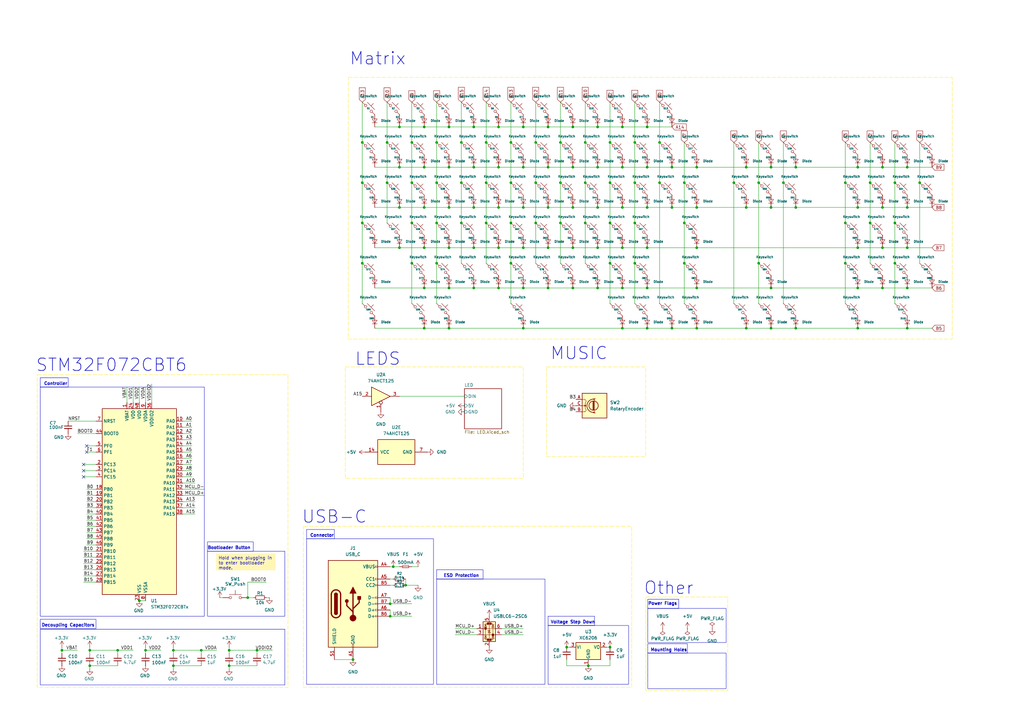
<source format=kicad_sch>
(kicad_sch (version 20250114) (generator "eeschema") (generator_version "9.0")
  (paper "A3")
  (title_block (rev "V1.0.0"))
  (rectangle (start 179.07 237.49) (end 223.52 280.67))
  (rectangle (start 16.51 258.064) (end 116.84 280.924))
  (rectangle (start 125.73 217.17) (end 137.16 220.98))
  (rectangle (start 142.875 31.75) (end 390.525 139.065) (stroke (width 0) (type dash) (color 255 229 36 1)))
  (rectangle (start 265.684 264.033) (end 281.94 267.843))
  (rectangle (start 224.79 256.54) (end 257.81 280.67))
  (rectangle (start 15.24 153.67) (end 118.11 281.94) (stroke (width 0) (type dash) (color 255 229 36 1)))
  (rectangle (start 224.155 150.495) (end 264.795 187.325) (stroke (width 0) (type dash) (color 255 229 36 1)))
  (rectangle (start 16.51 154.94) (end 27.94 158.75))
  (rectangle (start 265.684 245.745) (end 278.384 249.555))
  (rectangle (start 124.46 215.9) (end 259.08 281.94) (stroke (width 0) (type dash) (color 255 229 36 1)))
  (rectangle (start 141.605 150.495) (end 214.63 196.215) (stroke (width 0) (type dash) (color 255 229 36 1)))
  (rectangle (start 85.09 222.25) (end 103.886 226.06))
  (rectangle (start 265.684 267.843) (end 297.815 282.448))
  (rectangle (start 264.922 244.856) (end 298.45 283.21) (stroke (width 0) (type dash) (color 255 229 36 1)))
  (rectangle (start 224.79 252.73) (end 243.84 256.54))
  (rectangle (start 85.09 226.06) (end 116.84 252.73))
  (rectangle (start 179.07 233.68) (end 198.12 237.49))
  (rectangle (start 16.51 158.75) (end 83.82 252.73))
  (rectangle (start 125.73 220.98) (end 177.8 280.67))
  (rectangle (start 265.684 249.555) (end 297.815 263.525))
  (rectangle (start 16.51 254) (end 39.37 257.81))
  (text "STM32F072CBT6" (at 45.72 149.86 0) (effects (font (size 5.08 5.08) (thickness 0.254) (bold yes))))
  (text "USB-C\n" (at 137.16 212.09 0) (effects (font (size 5.08 5.08) (thickness 0.254) (bold yes))))
  (text "Mounting Holes" (at 274.32 266.7 0) (effects (font (size 1.27 1.27) (thickness 0.254) (bold yes))))
  (text "Decoupling Capacitors" (at 27.94 256.54 0) (effects (font (size 1.27 1.27) (thickness 0.254) (bold yes))))
  (text "MUSIC\n" (at 237.49 145.034 0) (effects (font (size 5.08 5.08) (thickness 0.254) (bold yes))))
  (text "Controller\n" (at 22.86 157.48 0) (effects (font (size 1.27 1.27) (thickness 0.254) (bold yes))))
  (text "ESD Protection" (at 189.23 236.22 0) (effects (font (size 1.27 1.27) (thickness 0.254) (bold yes))))
  (text "Power Flags" (at 271.78 247.65 0) (effects (font (size 1.27 1.27) (thickness 0.254) (bold yes))))
  (text "LEDS\n" (at 154.94 147.32 0) (effects (font (size 5.08 5.08) (thickness 0.254) (bold yes))))
  (text "Voltage Step Down" (at 234.95 255.27 0) (effects (font (size 1.27 1.27) (thickness 0.254) (bold yes))))
  (text "Matrix" (at 154.94 24.13 0) (effects (font (size 5.08 5.08) (thickness 0.254) (bold yes))))
  (text "Other" (at 274.32 241.3 0) (effects (font (size 5.08 5.08) (thickness 0.254) (bold yes))))
  (text "Bootloader Button" (at 93.98 224.79 0) (effects (font (size 1.27 1.27) (thickness 0.254) (bold yes))))
  (text "Connector\n" (at 132.08 219.71 0) (effects (font (size 1.27 1.27) (thickness 0.254) (bold yes))))
  (text_box "Hold when plugging in to enter bootloader mode." (at 88.646 227.076 0) (size 24.384 6.858) (margins 0.9524 0.9524 0.9524 0.9524) (stroke (width -0.0001)) (fill (type color) (color 255 229 36 0.33)) (effects (font (size 1.27 1.27)) (justify left top)))
  (junction (at 71.12 273.05))
  (junction (at 209.55 58.42))
  (junction (at 163.83 85.09))
  (junction (at 250.19 58.42))
  (junction (at 184.15 85.09))
  (junction (at 224.79 52.07))
  (junction (at 158.75 74.93))
  (junction (at 161.29 232.41))
  (junction (at 372.11 85.09))
  (junction (at 173.99 52.07))
  (junction (at 57.15 246.38))
  (junction (at 234.95 85.09))
  (junction (at 234.95 68.58))
  (junction (at 311.15 74.93))
  (junction (at 179.07 58.42))
  (junction (at 179.07 107.95))
  (junction (at 316.23 118.11))
  (junction (at 168.91 107.95))
  (junction (at 255.27 134.62))
  (junction (at 326.39 85.09))
  (junction (at 199.39 58.42))
  (junction (at 204.47 52.07))
  (junction (at 361.95 101.6))
  (junction (at 229.87 74.93))
  (junction (at 255.27 101.6))
  (junction (at 306.07 134.62))
  (junction (at 372.11 118.11))
  (junction (at 229.87 58.42))
  (junction (at 148.59 91.44))
  (junction (at 240.03 74.93))
  (junction (at 255.27 52.07))
  (junction (at 232.41 265.43))
  (junction (at 245.11 85.09))
  (junction (at 163.83 101.6))
  (junction (at 351.79 134.62))
  (junction (at 275.59 68.58))
  (junction (at 300.99 74.93))
  (junction (at 219.71 74.93))
  (junction (at 48.26 266.7))
  (junction (at 214.63 118.11))
  (junction (at 351.79 85.09))
  (junction (at 245.11 68.58))
  (junction (at 59.69 266.7))
  (junction (at 224.79 85.09))
  (junction (at 356.87 91.44))
  (junction (at 179.07 91.44))
  (junction (at 144.78 270.51))
  (junction (at 36.83 273.05))
  (junction (at 351.79 118.11))
  (junction (at 184.15 134.62))
  (junction (at 367.03 91.44))
  (junction (at 199.39 91.44))
  (junction (at 209.55 74.93))
  (junction (at 326.39 134.62))
  (junction (at 250.19 91.44))
  (junction (at 160.02 247.65))
  (junction (at 280.67 107.95))
  (junction (at 184.15 52.07))
  (junction (at 346.71 91.44))
  (junction (at 209.55 107.95))
  (junction (at 189.23 74.93))
  (junction (at 250.19 107.95))
  (junction (at 101.6 245.11))
  (junction (at 214.63 101.6))
  (junction (at 234.95 52.07))
  (junction (at 372.11 134.62))
  (junction (at 214.63 85.09))
  (junction (at 229.87 91.44))
  (junction (at 265.43 101.6))
  (junction (at 224.79 101.6))
  (junction (at 265.43 85.09))
  (junction (at 160.02 252.73))
  (junction (at 285.75 101.6))
  (junction (at 316.23 134.62))
  (junction (at 351.79 101.6))
  (junction (at 367.03 74.93))
  (junction (at 173.99 134.62))
  (junction (at 224.79 118.11))
  (junction (at 204.47 85.09))
  (junction (at 219.71 91.44))
  (junction (at 214.63 134.62))
  (junction (at 184.15 101.6))
  (junction (at 260.35 58.42))
  (junction (at 148.59 58.42))
  (junction (at 270.51 74.93))
  (junction (at 173.99 118.11))
  (junction (at 184.15 68.58))
  (junction (at 367.03 107.95))
  (junction (at 361.95 85.09))
  (junction (at 105.41 266.7))
  (junction (at 372.11 101.6))
  (junction (at 234.95 101.6))
  (junction (at 351.79 68.58))
  (junction (at 199.39 74.93))
  (junction (at 204.47 118.11))
  (junction (at 173.99 101.6))
  (junction (at 168.91 91.44))
  (junction (at 194.31 101.6))
  (junction (at 25.4 266.7))
  (junction (at 245.11 118.11))
  (junction (at 219.71 58.42))
  (junction (at 168.91 58.42))
  (junction (at 250.19 74.93))
  (junction (at 260.35 107.95))
  (junction (at 245.11 101.6))
  (junction (at 316.23 68.58))
  (junction (at 361.95 118.11))
  (junction (at 173.99 68.58))
  (junction (at 93.98 273.05))
  (junction (at 158.75 58.42))
  (junction (at 36.83 266.7))
  (junction (at 168.91 74.93))
  (junction (at 163.83 68.58))
  (junction (at 82.55 266.7))
  (junction (at 184.15 118.11))
  (junction (at 306.07 85.09))
  (junction (at 372.11 68.58))
  (junction (at 194.31 118.11))
  (junction (at 321.31 74.93))
  (junction (at 255.27 118.11))
  (junction (at 285.75 118.11))
  (junction (at 361.95 68.58))
  (junction (at 265.43 52.07))
  (junction (at 194.31 52.07))
  (junction (at 240.03 58.42))
  (junction (at 245.11 52.07))
  (junction (at 275.59 134.62))
  (junction (at 166.37 240.03))
  (junction (at 306.07 68.58))
  (junction (at 148.59 107.95))
  (junction (at 204.47 68.58))
  (junction (at 234.95 118.11))
  (junction (at 346.71 74.93))
  (junction (at 173.99 85.09))
  (junction (at 194.31 68.58))
  (junction (at 265.43 118.11))
  (junction (at 214.63 68.58))
  (junction (at 214.63 52.07))
  (junction (at 71.12 266.7))
  (junction (at 280.67 74.93))
  (junction (at 241.3 273.05))
  (junction (at 280.67 91.44))
  (junction (at 148.59 74.93))
  (junction (at 275.59 85.09))
  (junction (at 260.35 74.93))
  (junction (at 189.23 91.44))
  (junction (at 204.47 101.6))
  (junction (at 285.75 134.62))
  (junction (at 377.19 74.93))
  (junction (at 250.19 265.43))
  (junction (at 265.43 68.58))
  (junction (at 255.27 68.58))
  (junction (at 316.23 85.09))
  (junction (at 163.83 52.07))
  (junction (at 346.71 107.95))
  (junction (at 326.39 68.58))
  (junction (at 189.23 58.42))
  (junction (at 285.75 68.58))
  (junction (at 285.75 85.09))
  (junction (at 270.51 58.42))
  (junction (at 260.35 91.44))
  (junction (at 93.98 266.7))
  (junction (at 265.43 134.62))
  (junction (at 179.07 74.93))
  (junction (at 240.03 91.44))
  (junction (at 356.87 74.93))
  (junction (at 224.79 68.58))
  (junction (at 311.15 107.95))
  (junction (at 209.55 91.44))
  (junction (at 255.27 85.09))
  (junction (at 194.31 85.09))
  (no_connect (at 35.56 185.42))
  (no_connect (at 35.56 182.88))
  (no_connect (at 34.29 195.58))
  (no_connect (at 34.29 193.04))
  (no_connect (at 34.29 190.5))
  (wire (pts (xy 240.03 58.42) (xy 240.03 74.93)))
  (wire (pts (xy 173.99 52.07) (xy 184.15 52.07)))
  (wire (pts (xy 234.95 85.09) (xy 245.11 85.09)))
  (wire (pts (xy 250.19 107.95) (xy 250.19 124.46)))
  (wire (pts (xy 260.35 58.42) (xy 260.35 74.93)))
  (wire (pts (xy 34.29 231.14) (xy 39.37 231.14)))
  (wire (pts (xy 34.29 238.76) (xy 39.37 238.76)))
  (wire (pts (xy 224.79 85.09) (xy 234.95 85.09)))
  (wire (pts (xy 356.87 91.44) (xy 356.87 107.95)))
  (wire (pts (xy 265.43 85.09) (xy 275.59 85.09)))
  (wire (pts (xy 71.12 266.7) (xy 71.12 267.97)))
  (wire (pts (xy 34.29 193.04) (xy 39.37 193.04)))
  (wire (pts (xy 160.02 250.19) (xy 160.02 252.73)))
  (wire (pts (xy 160.02 232.41) (xy 161.29 232.41)))
  (wire (pts (xy 52.07 158.75) (xy 52.07 165.1)))
  (wire (pts (xy 265.43 134.62) (xy 275.59 134.62)))
  (wire (pts (xy 275.59 134.62) (xy 285.75 134.62)))
  (wire (pts (xy 316.23 85.09) (xy 326.39 85.09)))
  (wire (pts (xy 356.87 74.93) (xy 356.87 91.44)))
  (wire (pts (xy 148.59 107.95) (xy 148.59 124.46)))
  (wire (pts (xy 255.27 134.62) (xy 265.43 134.62)))
  (wire (pts (xy 194.31 85.09) (xy 204.47 85.09)))
  (wire (pts (xy 168.91 91.44) (xy 168.91 107.95)))
  (wire (pts (xy 27.94 172.72) (xy 39.37 172.72)))
  (wire (pts (xy 219.71 91.44) (xy 219.71 107.95)))
  (wire (pts (xy 250.19 58.42) (xy 250.19 74.93)))
  (wire (pts (xy 78.74 193.04) (xy 74.93 193.04)))
  (wire (pts (xy 163.83 68.58) (xy 173.99 68.58)))
  (wire (pts (xy 326.39 85.09) (xy 351.79 85.09)))
  (wire (pts (xy 248.92 265.43) (xy 250.19 265.43)))
  (wire (pts (xy 78.74 185.42) (xy 74.93 185.42)))
  (wire (pts (xy 184.15 85.09) (xy 194.31 85.09)))
  (wire (pts (xy 300.99 58.42) (xy 300.99 74.93)))
  (wire (pts (xy 214.63 118.11) (xy 224.79 118.11)))
  (wire (pts (xy 25.4 266.7) (xy 25.4 267.97)))
  (wire (pts (xy 101.6 245.11) (xy 104.14 245.11)))
  (wire (pts (xy 361.95 118.11) (xy 372.11 118.11)))
  (wire (pts (xy 194.31 118.11) (xy 204.47 118.11)))
  (wire (pts (xy 240.03 41.91) (xy 240.03 58.42)))
  (wire (pts (xy 184.15 101.6) (xy 194.31 101.6)))
  (wire (pts (xy 189.23 41.91) (xy 189.23 58.42)))
  (wire (pts (xy 48.26 266.7) (xy 48.26 267.97)))
  (wire (pts (xy 189.23 58.42) (xy 189.23 74.93)))
  (wire (pts (xy 83.82 200.66) (xy 74.93 200.66)))
  (wire (pts (xy 194.31 101.6) (xy 204.47 101.6)))
  (wire (pts (xy 25.4 265.43) (xy 25.4 266.7)))
  (wire (pts (xy 189.23 74.93) (xy 189.23 91.44)))
  (wire (pts (xy 204.47 68.58) (xy 214.63 68.58)))
  (wire (pts (xy 265.43 118.11) (xy 285.75 118.11)))
  (wire (pts (xy 204.47 52.07) (xy 214.63 52.07)))
  (wire (pts (xy 260.35 41.91) (xy 260.35 58.42)))
  (wire (pts (xy 194.31 68.58) (xy 204.47 68.58)))
  (wire (pts (xy 137.16 270.51) (xy 144.78 270.51)))
  (wire (pts (xy 199.39 91.44) (xy 199.39 107.95)))
  (wire (pts (xy 166.37 237.49) (xy 166.37 240.03)))
  (wire (pts (xy 361.95 85.09) (xy 372.11 85.09)))
  (wire (pts (xy 168.91 107.95) (xy 168.91 124.46)))
  (wire (pts (xy 78.74 195.58) (xy 74.93 195.58)))
  (wire (pts (xy 160.02 245.11) (xy 160.02 247.65)))
  (wire (pts (xy 168.91 232.41) (xy 171.45 232.41)))
  (wire (pts (xy 204.47 118.11) (xy 214.63 118.11)))
  (wire (pts (xy 241.3 273.05) (xy 250.19 273.05)))
  (wire (pts (xy 35.56 218.44) (xy 39.37 218.44)))
  (wire (pts (xy 265.43 101.6) (xy 285.75 101.6)))
  (wire (pts (xy 234.95 52.07) (xy 245.11 52.07)))
  (wire (pts (xy 194.31 52.07) (xy 204.47 52.07)))
  (wire (pts (xy 245.11 101.6) (xy 255.27 101.6)))
  (wire (pts (xy 204.47 101.6) (xy 214.63 101.6)))
  (wire (pts (xy 35.56 213.36) (xy 39.37 213.36)))
  (wire (pts (xy 285.75 134.62) (xy 306.07 134.62)))
  (wire (pts (xy 270.51 58.42) (xy 270.51 74.93)))
  (wire (pts (xy 372.11 85.09) (xy 382.27 85.09)))
  (wire (pts (xy 351.79 118.11) (xy 361.95 118.11)))
  (wire (pts (xy 361.95 68.58) (xy 372.11 68.58)))
  (wire (pts (xy 184.15 134.62) (xy 214.63 134.62)))
  (wire (pts (xy 93.98 273.05) (xy 105.41 273.05)))
  (wire (pts (xy 179.07 58.42) (xy 179.07 74.93)))
  (wire (pts (xy 351.79 85.09) (xy 361.95 85.09)))
  (wire (pts (xy 209.55 74.93) (xy 209.55 91.44)))
  (wire (pts (xy 214.63 85.09) (xy 224.79 85.09)))
  (wire (pts (xy 36.83 273.05) (xy 48.26 273.05)))
  (wire (pts (xy 80.01 210.82) (xy 74.93 210.82)))
  (wire (pts (xy 35.56 203.2) (xy 39.37 203.2)))
  (wire (pts (xy 285.75 68.58) (xy 275.59 68.58)))
  (wire (pts (xy 173.99 68.58) (xy 184.15 68.58)))
  (wire (pts (xy 34.29 228.6) (xy 39.37 228.6)))
  (wire (pts (xy 160.02 237.49) (xy 161.29 237.49)))
  (wire (pts (xy 78.74 180.34) (xy 74.93 180.34)))
  (wire (pts (xy 250.19 270.51) (xy 250.19 273.05)))
  (wire (pts (xy 232.41 265.43) (xy 233.68 265.43)))
  (wire (pts (xy 346.71 74.93) (xy 346.71 91.44)))
  (wire (pts (xy 163.83 162.56) (xy 190.5 162.56)))
  (wire (pts (xy 250.19 91.44) (xy 250.19 107.95)))
  (wire (pts (xy 234.95 68.58) (xy 245.11 68.58)))
  (wire (pts (xy 280.67 107.95) (xy 280.67 124.46)))
  (wire (pts (xy 179.07 107.95) (xy 179.07 124.46)))
  (wire (pts (xy 280.67 91.44) (xy 280.67 107.95)))
  (wire (pts (xy 367.03 58.42) (xy 367.03 74.93)))
  (wire (pts (xy 35.56 182.88) (xy 39.37 182.88)))
  (wire (pts (xy 184.15 52.07) (xy 194.31 52.07)))
  (wire (pts (xy 255.27 52.07) (xy 265.43 52.07)))
  (wire (pts (xy 78.74 172.72) (xy 74.93 172.72)))
  (wire (pts (xy 280.67 58.42) (xy 280.67 74.93)))
  (wire (pts (xy 351.79 68.58) (xy 361.95 68.58)))
  (wire (pts (xy 168.91 74.93) (xy 168.91 91.44)))
  (wire (pts (xy 186.69 257.81) (xy 195.58 257.81)))
  (wire (pts (xy 214.63 101.6) (xy 224.79 101.6)))
  (wire (pts (xy 209.55 107.95) (xy 209.55 124.46)))
  (wire (pts (xy 148.59 74.93) (xy 148.59 91.44)))
  (wire (pts (xy 66.04 266.7) (xy 59.69 266.7)))
  (wire (pts (xy 163.83 101.6) (xy 173.99 101.6)))
  (wire (pts (xy 109.22 245.11) (xy 110.49 245.11)))
  (wire (pts (xy 306.07 85.09) (xy 316.23 85.09)))
  (wire (pts (xy 240.03 74.93) (xy 240.03 91.44)))
  (wire (pts (xy 161.29 232.41) (xy 163.83 232.41)))
  (wire (pts (xy 219.71 58.42) (xy 219.71 74.93)))
  (wire (pts (xy 105.41 266.7) (xy 111.76 266.7)))
  (wire (pts (xy 199.39 58.42) (xy 199.39 74.93)))
  (wire (pts (xy 173.99 118.11) (xy 184.15 118.11)))
  (wire (pts (xy 148.59 91.44) (xy 148.59 107.95)))
  (wire (pts (xy 36.83 274.32) (xy 36.83 273.05)))
  (wire (pts (xy 179.07 91.44) (xy 179.07 107.95)))
  (wire (pts (xy 265.43 52.07) (xy 275.59 52.07)))
  (wire (pts (xy 372.11 68.58) (xy 382.27 68.58)))
  (wire (pts (xy 59.69 158.75) (xy 59.69 165.1)))
  (wire (pts (xy 62.23 157.48) (xy 62.23 165.1)))
  (wire (pts (xy 367.03 74.93) (xy 367.03 91.44)))
  (wire (pts (xy 250.19 74.93) (xy 250.19 91.44)))
  (wire (pts (xy 204.47 85.09) (xy 214.63 85.09)))
  (wire (pts (xy 35.56 208.28) (xy 39.37 208.28)))
  (wire (pts (xy 209.55 58.42) (xy 209.55 74.93)))
  (wire (pts (xy 224.79 52.07) (xy 234.95 52.07)))
  (wire (pts (xy 158.75 74.93) (xy 158.75 91.44)))
  (wire (pts (xy 34.29 226.06) (xy 39.37 226.06)))
  (wire (pts (xy 153.67 118.11) (xy 173.99 118.11)))
  (wire (pts (xy 34.29 233.68) (xy 39.37 233.68)))
  (wire (pts (xy 209.55 41.91) (xy 209.55 58.42)))
  (wire (pts (xy 93.98 265.43) (xy 93.98 266.7)))
  (wire (pts (xy 316.23 68.58) (xy 326.39 68.58)))
  (wire (pts (xy 245.11 118.11) (xy 255.27 118.11)))
  (wire (pts (xy 153.67 101.6) (xy 163.83 101.6)))
  (wire (pts (xy 71.12 274.32) (xy 71.12 273.05)))
  (wire (pts (xy 214.63 260.35) (xy 205.74 260.35)))
  (wire (pts (xy 186.69 260.35) (xy 195.58 260.35)))
  (wire (pts (xy 179.07 41.91) (xy 179.07 58.42)))
  (wire (pts (xy 153.67 68.58) (xy 163.83 68.58)))
  (wire (pts (xy 35.56 205.74) (xy 39.37 205.74)))
  (wire (pts (xy 78.74 175.26) (xy 74.93 175.26)))
  (wire (pts (xy 184.15 118.11) (xy 194.31 118.11)))
  (wire (pts (xy 229.87 41.91) (xy 229.87 58.42)))
  (wire (pts (xy 34.29 236.22) (xy 39.37 236.22)))
  (wire (pts (xy 153.67 52.07) (xy 163.83 52.07)))
  (wire (pts (xy 36.83 265.43) (xy 36.83 266.7)))
  (wire (pts (xy 346.71 58.42) (xy 346.71 74.93)))
  (wire (pts (xy 326.39 68.58) (xy 351.79 68.58)))
  (wire (pts (xy 80.01 208.28) (xy 74.93 208.28)))
  (wire (pts (xy 173.99 85.09) (xy 184.15 85.09)))
  (wire (pts (xy 260.35 74.93) (xy 260.35 91.44)))
  (wire (pts (xy 346.71 91.44) (xy 346.71 107.95)))
  (wire (pts (xy 270.51 74.93) (xy 270.51 124.46)))
  (wire (pts (xy 57.15 158.75) (xy 57.15 165.1)))
  (wire (pts (xy 93.98 266.7) (xy 93.98 267.97)))
  (wire (pts (xy 285.75 68.58) (xy 306.07 68.58)))
  (wire (pts (xy 377.19 58.42) (xy 377.19 74.93)))
  (wire (pts (xy 214.63 257.81) (xy 205.74 257.81)))
  (wire (pts (xy 158.75 58.42) (xy 158.75 74.93)))
  (wire (pts (xy 351.79 134.62) (xy 372.11 134.62)))
  (wire (pts (xy 199.39 41.91) (xy 199.39 58.42)))
  (wire (pts (xy 232.41 273.05) (xy 241.3 273.05)))
  (wire (pts (xy 101.6 238.76) (xy 101.6 245.11)))
  (wire (pts (xy 255.27 68.58) (xy 265.43 68.58)))
  (wire (pts (xy 48.26 266.7) (xy 54.61 266.7)))
  (wire (pts (xy 229.87 58.42) (xy 229.87 74.93)))
  (wire (pts (xy 168.91 247.65) (xy 160.02 247.65)))
  (wire (pts (xy 168.91 252.73) (xy 160.02 252.73)))
  (wire (pts (xy 372.11 134.62) (xy 382.27 134.62)))
  (wire (pts (xy 255.27 85.09) (xy 265.43 85.09)))
  (wire (pts (xy 224.79 118.11) (xy 234.95 118.11)))
  (wire (pts (xy 377.19 74.93) (xy 377.19 107.95)))
  (wire (pts (xy 214.63 68.58) (xy 224.79 68.58)))
  (wire (pts (xy 83.82 203.2) (xy 74.93 203.2)))
  (wire (pts (xy 219.71 41.91) (xy 219.71 58.42)))
  (wire (pts (xy 163.83 52.07) (xy 173.99 52.07)))
  (wire (pts (xy 59.69 266.7) (xy 59.69 267.97)))
  (wire (pts (xy 78.74 190.5) (xy 74.93 190.5)))
  (wire (pts (xy 168.91 41.91) (xy 168.91 58.42)))
  (wire (pts (xy 78.74 182.88) (xy 74.93 182.88)))
  (wire (pts (xy 35.56 185.42) (xy 39.37 185.42)))
  (wire (pts (xy 71.12 273.05) (xy 82.55 273.05)))
  (wire (pts (xy 232.41 270.51) (xy 232.41 273.05)))
  (wire (pts (xy 209.55 91.44) (xy 209.55 107.95)))
  (wire (pts (xy 34.29 195.58) (xy 39.37 195.58)))
  (wire (pts (xy 367.03 107.95) (xy 367.03 124.46)))
  (wire (pts (xy 219.71 74.93) (xy 219.71 91.44)))
  (wire (pts (xy 59.69 265.43) (xy 59.69 266.7)))
  (wire (pts (xy 356.87 58.42) (xy 356.87 74.93)))
  (wire (pts (xy 78.74 177.8) (xy 74.93 177.8)))
  (wire (pts (xy 158.75 41.91) (xy 158.75 58.42)))
  (wire (pts (xy 90.17 245.11) (xy 91.44 245.11)))
  (wire (pts (xy 93.98 274.32) (xy 93.98 273.05)))
  (wire (pts (xy 184.15 68.58) (xy 194.31 68.58)))
  (wire (pts (xy 153.67 85.09) (xy 163.83 85.09)))
  (wire (pts (xy 367.03 91.44) (xy 367.03 107.95)))
  (wire (pts (xy 275.59 85.09) (xy 285.75 85.09)))
  (wire (pts (xy 234.95 101.6) (xy 245.11 101.6)))
  (wire (pts (xy 316.23 134.62) (xy 326.39 134.62)))
  (wire (pts (xy 71.12 265.43) (xy 71.12 266.7)))
  (wire (pts (xy 245.11 85.09) (xy 255.27 85.09)))
  (wire (pts (xy 179.07 74.93) (xy 179.07 91.44)))
  (wire (pts (xy 250.19 41.91) (xy 250.19 58.42)))
  (wire (pts (xy 36.83 266.7) (xy 48.26 266.7)))
  (wire (pts (xy 57.15 246.38) (xy 59.69 246.38)))
  (wire (pts (xy 109.22 238.76) (xy 101.6 238.76)))
  (wire (pts (xy 245.11 68.58) (xy 255.27 68.58)))
  (wire (pts (xy 372.11 118.11) (xy 382.27 118.11)))
  (wire (pts (xy 326.39 134.62) (xy 351.79 134.62)))
  (wire (pts (xy 361.95 101.6) (xy 372.11 101.6)))
  (wire (pts (xy 153.67 134.62) (xy 173.99 134.62)))
  (wire (pts (xy 148.59 41.91) (xy 148.59 58.42)))
  (wire (pts (xy 245.11 52.07) (xy 255.27 52.07)))
  (wire (pts (xy 35.56 223.52) (xy 39.37 223.52)))
  (wire (pts (xy 321.31 74.93) (xy 321.31 124.46)))
  (wire (pts (xy 105.41 266.7) (xy 105.41 267.97)))
  (wire (pts (xy 311.15 107.95) (xy 311.15 124.46)))
  (wire (pts (xy 311.15 58.42) (xy 311.15 74.93)))
  (wire (pts (xy 316.23 118.11) (xy 351.79 118.11)))
  (wire (pts (xy 214.63 134.62) (xy 255.27 134.62)))
  (wire (pts (xy 285.75 85.09) (xy 306.07 85.09)))
  (wire (pts (xy 280.67 74.93) (xy 280.67 91.44)))
  (wire (pts (xy 82.55 266.7) (xy 82.55 267.97)))
  (wire (pts (xy 214.63 52.07) (xy 224.79 52.07)))
  (wire (pts (xy 35.56 210.82) (xy 39.37 210.82)))
  (wire (pts (xy 285.75 118.11) (xy 316.23 118.11)))
  (wire (pts (xy 229.87 91.44) (xy 229.87 107.95)))
  (wire (pts (xy 163.83 85.09) (xy 173.99 85.09)))
  (wire (pts (xy 36.83 266.7) (xy 36.83 267.97)))
  (wire (pts (xy 160.02 240.03) (xy 161.29 240.03)))
  (wire (pts (xy 31.75 266.7) (xy 25.4 266.7)))
  (wire (pts (xy 240.03 91.44) (xy 240.03 107.95)))
  (wire (pts (xy 255.27 101.6) (xy 265.43 101.6)))
  (wire (pts (xy 224.79 68.58) (xy 234.95 68.58)))
  (wire (pts (xy 173.99 134.62) (xy 184.15 134.62)))
  (wire (pts (xy 54.61 158.75) (xy 54.61 165.1)))
  (wire (pts (xy 71.12 266.7) (xy 82.55 266.7)))
  (wire (pts (xy 82.55 266.7) (xy 88.9 266.7)))
  (wire (pts (xy 80.01 198.12) (xy 74.93 198.12)))
  (wire (pts (xy 80.01 205.74) (xy 74.93 205.74)))
  (wire (pts (xy 35.56 220.98) (xy 39.37 220.98)))
  (wire (pts (xy 300.99 74.93) (xy 300.99 124.46)))
  (wire (pts (xy 199.39 74.93) (xy 199.39 91.44)))
  (wire (pts (xy 78.74 187.96) (xy 74.93 187.96)))
  (wire (pts (xy 31.75 177.8) (xy 39.37 177.8)))
  (wire (pts (xy 168.91 58.42) (xy 168.91 74.93)))
  (wire (pts (xy 382.27 101.6) (xy 372.11 101.6)))
  (wire (pts (xy 306.07 134.62) (xy 316.23 134.62)))
  (wire (pts (xy 229.87 74.93) (xy 229.87 91.44)))
  (wire (pts (xy 255.27 118.11) (xy 265.43 118.11)))
  (wire (pts (xy 34.29 190.5) (xy 39.37 190.5)))
  (wire (pts (xy 173.99 101.6) (xy 184.15 101.6)))
  (wire (pts (xy 270.51 41.91) (xy 270.51 58.42)))
  (wire (pts (xy 260.35 91.44) (xy 260.35 107.95)))
  (wire (pts (xy 260.35 107.95) (xy 260.35 124.46)))
  (wire (pts (xy 148.59 58.42) (xy 148.59 74.93)))
  (wire (pts (xy 311.15 74.93) (xy 311.15 107.95)))
  (wire (pts (xy 321.31 58.42) (xy 321.31 74.93)))
  (wire (pts (xy 285.75 101.6) (xy 351.79 101.6)))
  (wire (pts (xy 306.07 68.58) (xy 316.23 68.58)))
  (wire (pts (xy 166.37 240.03) (xy 171.45 240.03)))
  (wire (pts (xy 234.95 118.11) (xy 245.11 118.11)))
  (wire (pts (xy 35.56 200.66) (xy 39.37 200.66)))
  (wire (pts (xy 346.71 107.95) (xy 346.71 124.46)))
  (wire (pts (xy 93.98 266.7) (xy 105.41 266.7)))
  (wire (pts (xy 189.23 91.44) (xy 189.23 107.95)))
  (wire (pts (xy 224.79 101.6) (xy 234.95 101.6)))
  (wire (pts (xy 35.56 215.9) (xy 39.37 215.9)))
  (wire (pts (xy 351.79 101.6) (xy 361.95 101.6)))
  (wire (pts (xy 265.43 68.58) (xy 275.59 68.58)))
  (label "A7" (at 78.74 190.5 180))
  (label "A6" (at 78.74 187.96 180))
  (label "A10" (at 80.01 198.12 180))
  (label "B0" (at 35.56 200.66 0))
  (label "B6" (at 35.56 215.9 0))
  (label "MCU_D-" (at 83.82 200.66 180))
  (label "B3" (at 236.22 163.83 180))
  (label "A3" (at 78.74 180.34 180))
  (label "B7" (at 35.56 218.44 0))
  (label "A15" (at 80.01 210.82 180))
  (label "VBAT" (at 31.75 266.7 180))
  (label "A5" (at 78.74 185.42 180))
  (label "B5" (at 35.56 213.36 0))
  (label "B1" (at 35.56 203.2 0))
  (label "B9" (at 35.56 223.52 0))
  (label "VDDIO2" (at 62.23 157.48 270))
  (label "A14" (at 80.01 208.28 180))
  (label "USB_D+" (at 168.91 252.73 180))
  (label "B11" (at 34.29 228.6 0))
  (label "B4" (at 35.56 210.82 0))
  (label "MCU_D+" (at 83.82 203.2 180))
  (label "NRST" (at 27.94 172.72 0))
  (label "VDDIO2" (at 111.76 266.7 180))
  (label "VDD2" (at 57.15 158.75 270))
  (label "A2" (at 78.74 177.8 180))
  (label "VDDA" (at 59.69 158.75 270))
  (label "BOOT0" (at 109.22 238.76 180))
  (label "B15" (at 34.29 238.76 0))
  (label "B4" (at 236.22 168.91 180))
  (label "F1" (at 35.56 185.42 0))
  (label "A13" (at 80.01 205.74 180))
  (label "B12" (at 34.29 231.14 0))
  (label "A9" (at 78.74 195.58 180))
  (label "A8" (at 78.74 193.04 180))
  (label "B8" (at 35.56 220.98 0))
  (label "USB_D-" (at 168.91 247.65 180))
  (label "MCU_D-" (at 186.69 260.35 0))
  (label "BOOT0" (at 31.75 177.8 0))
  (label "A1" (at 78.74 175.26 180))
  (label "B2" (at 35.56 205.74 0))
  (label "B13" (at 34.29 233.68 0))
  (label "VDD1" (at 54.61 158.75 270))
  (label "VDDA" (at 88.9 266.7 180))
  (label "VDD2" (at 66.04 266.7 180))
  (label "B3" (at 35.56 208.28 0))
  (label "B10" (at 34.29 226.06 0))
  (label "USB_D-" (at 214.63 260.35 180))
  (label "VBAT" (at 52.07 158.75 270))
  (label "A0" (at 78.74 172.72 180))
  (label "A15" (at 148.59 162.56 180))
  (label "B14" (at 34.29 236.22 0))
  (label "MCU_D+" (at 186.69 257.81 0))
  (label "A4" (at 78.74 182.88 180))
  (label "USB_D+" (at 214.63 257.81 180))
  (label "VDD1" (at 54.61 266.7 180))
  (global_label "A0" (shape input) (at 377.19 58.42 90) (property "Intersheetrefs" "${INTERSHEET_REFS}" (effects (hide yes))))
  (global_label "B15" (shape input) (at 189.23 41.91 90) (property "Intersheetrefs" "${INTERSHEET_REFS}" (effects (hide yes))))
  (global_label "A2" (shape input) (at 356.87 58.42 90) (property "Intersheetrefs" "${INTERSHEET_REFS}" (effects (hide yes))))
  (global_label "B5" (shape input) (at 382.27 134.62 0) (property "Intersheetrefs" "${INTERSHEET_REFS}" (effects (hide yes))))
  (global_label "A14" (shape input) (at 275.59 52.07 0) (property "Intersheetrefs" "${INTERSHEET_REFS}" (effects (hide yes))))
  (global_label "B9" (shape input) (at 382.27 68.58 0) (property "Intersheetrefs" "${INTERSHEET_REFS}" (effects (hide yes))))
  (global_label "A7" (shape input) (at 280.67 58.42 90) (property "Intersheetrefs" "${INTERSHEET_REFS}" (effects (hide yes))))
  (global_label "B14" (shape input) (at 199.39 41.91 90) (property "Intersheetrefs" "${INTERSHEET_REFS}" (effects (hide yes))))
  (global_label "A8" (shape input) (at 179.07 41.91 90) (property "Intersheetrefs" "${INTERSHEET_REFS}" (effects (hide yes))))
  (global_label "B1" (shape input) (at 260.35 41.91 90) (property "Intersheetrefs" "${INTERSHEET_REFS}" (effects (hide yes))))
  (global_label "B13" (shape input) (at 209.55 41.91 90) (property "Intersheetrefs" "${INTERSHEET_REFS}" (effects (hide yes))))
  (global_label "A6" (shape input) (at 300.99 58.42 90) (property "Intersheetrefs" "${INTERSHEET_REFS}" (effects (hide yes))))
  (global_label "A5" (shape input) (at 311.15 58.42 90) (property "Intersheetrefs" "${INTERSHEET_REFS}" (effects (hide yes))))
  (global_label "B8" (shape input) (at 382.27 85.09 0) (property "Intersheetrefs" "${INTERSHEET_REFS}" (effects (hide yes))))
  (global_label "B2" (shape input) (at 250.19 41.91 90) (property "Intersheetrefs" "${INTERSHEET_REFS}" (effects (hide yes))))
  (global_label "A13" (shape input) (at 148.59 41.91 90) (property "Intersheetrefs" "${INTERSHEET_REFS}" (effects (hide yes))))
  (global_label "B10" (shape input) (at 240.03 41.91 90) (property "Intersheetrefs" "${INTERSHEET_REFS}" (effects (hide yes))))
  (global_label "A3" (shape input) (at 346.71 58.42 90) (property "Intersheetrefs" "${INTERSHEET_REFS}" (effects (hide yes))))
  (global_label "B7" (shape input) (at 382.27 101.6 0) (property "Intersheetrefs" "${INTERSHEET_REFS}" (effects (hide yes))))
  (global_label "B11" (shape input) (at 229.87 41.91 90) (property "Intersheetrefs" "${INTERSHEET_REFS}" (effects (hide yes))))
  (global_label "B6" (shape input) (at 382.27 118.11 0) (property "Intersheetrefs" "${INTERSHEET_REFS}" (effects (hide yes))))
  (global_label "A10" (shape input) (at 158.75 41.91 90) (property "Intersheetrefs" "${INTERSHEET_REFS}" (effects (hide yes))))
  (global_label "A9" (shape input) (at 168.91 41.91 90) (property "Intersheetrefs" "${INTERSHEET_REFS}" (effects (hide yes))))
  (global_label "B12" (shape input) (at 219.71 41.91 90) (property "Intersheetrefs" "${INTERSHEET_REFS}" (effects (hide yes))))
  (global_label "A4" (shape input) (at 321.31 58.42 90) (property "Intersheetrefs" "${INTERSHEET_REFS}" (effects (hide yes))))
  (global_label "A1" (shape input) (at 367.03 58.42 90) (property "Intersheetrefs" "${INTERSHEET_REFS}" (effects (hide yes))))
  (global_label "B0" (shape input) (at 270.51 41.91 90) (property "Intersheetrefs" "${INTERSHEET_REFS}" (effects (hide yes))))
  (symbol (lib_id "ScottoKeebs:Placeholder_Keyswitch") (at 359.41 93.98 0) (unit 1)
    (property "Reference" "S70" (at 359.41 93.98 0) (effects (font (size 0.635 0.635) (thickness 0.127) (bold yes))))
    (property "Value" "Keyswitch" (at 359.41 88.9 0) (effects (font (size 0.9525 0.9525))))
    (property "Footprint" "ScottoKeebs_Hotswap:Hotswap_MX_1.00u" (effects (hide yes)))
  )
  (symbol (lib_id "ScottoKeebs:Placeholder_Diode") (at 234.95 82.55 0) (unit 1)
    (property "Reference" "D43" (at 234.8 81.484 0) (effects (font (size 0.635 0.635) (thickness 0.127) (bold yes)) (justify right bottom)))
    (property "Value" "Diode" (at 237.49 82.5499 0) (effects (font (size 0.9525 0.9525)) (justify left)))
    (property "Footprint" "ScottoKeebs_Components:Diode_DO-35" (effects (hide yes)))
  )
  (symbol (lib_id "ScottoKeebs:Placeholder_Diode") (at 234.95 115.57 0) (unit 1)
    (property "Reference" "D79" (at 234.8 114.504 0) (effects (font (size 0.635 0.635) (thickness 0.127) (bold yes)) (justify right bottom)))
    (property "Value" "Diode" (at 237.49 115.5699 0) (effects (font (size 0.9525 0.9525)) (justify left)))
    (property "Footprint" "ScottoKeebs_Components:Diode_DO-35" (effects (hide yes)))
  )
  (symbol (lib_id "power:GND") (at 190.5 168.91 270) (unit 1)
    (property "Reference" "#PWR032" (effects (hide yes)))
    (property "Value" "GND" (at 186.69 168.9099 90) (effects (justify right)))
    (property "Description" "Power symbol creates a global label with name \"GND\" , ground" (effects (hide yes)))
  )
  (symbol (lib_id "ScottoKeebs:Placeholder_Diode") (at 184.15 99.06 0) (unit 1)
    (property "Reference" "D59" (at 184 97.994 0) (effects (font (size 0.635 0.635) (thickness 0.127) (bold yes)) (justify right bottom)))
    (property "Value" "Diode" (at 186.69 99.0599 0) (effects (font (size 0.9525 0.9525)) (justify left)))
    (property "Footprint" "ScottoKeebs_Components:Diode_DO-35" (effects (hide yes)))
  )
  (symbol (lib_id "ScottoKeebs:Placeholder_Diode") (at 194.31 82.55 0) (unit 1)
    (property "Reference" "D39" (at 194.16 81.484 0) (effects (font (size 0.635 0.635) (thickness 0.127) (bold yes)) (justify right bottom)))
    (property "Value" "Diode" (at 196.85 82.5499 0) (effects (font (size 0.9525 0.9525)) (justify left)))
    (property "Footprint" "ScottoKeebs_Components:Diode_DO-35" (effects (hide yes)))
  )
  (symbol (lib_id "ScottoKeebs:Placeholder_Diode") (at 204.47 82.55 0) (unit 1)
    (property "Reference" "D40" (at 204.32 81.484 0) (effects (font (size 0.635 0.635) (thickness 0.127) (bold yes)) (justify right bottom)))
    (property "Value" "Diode" (at 207.01 82.5499 0) (effects (font (size 0.9525 0.9525)) (justify left)))
    (property "Footprint" "ScottoKeebs_Components:Diode_DO-35" (effects (hide yes)))
  )
  (symbol (lib_id "ScottoKeebs:Placeholder_Keyswitch") (at 273.05 127 0) (unit 1)
    (property "Reference" "S95" (at 273.05 127 0) (effects (font (size 0.635 0.635) (thickness 0.127) (bold yes))))
    (property "Value" "Keyswitch" (at 273.05 121.92 0) (effects (font (size 0.9525 0.9525))))
    (property "Footprint" "ScottoKeebs_Hotswap:Hotswap_MX_1.00u" (effects (hide yes)))
  )
  (symbol (lib_id "ScottoKeebs:Placeholder_Keyswitch") (at 349.25 127 0) (unit 1)
    (property "Reference" "S100" (at 349.25 127 0) (effects (font (size 0.635 0.635) (thickness 0.127) (bold yes))))
    (property "Value" "Keyswitch" (at 349.25 121.92 0) (effects (font (size 0.9525 0.9525))))
    (property "Footprint" "ScottoKeebs_Hotswap:Hotswap_MX_1.00u" (effects (hide yes)))
  )
  (symbol (lib_id "ScottoKeebs:Placeholder_Keyswitch") (at 283.21 93.98 0) (unit 1)
    (property "Reference" "S68" (at 283.21 93.98 0) (effects (font (size 0.635 0.635) (thickness 0.127) (bold yes))))
    (property "Value" "Keyswitch" (at 283.21 88.9 0) (effects (font (size 0.9525 0.9525))))
    (property "Footprint" "ScottoKeebs_Hotswap:Hotswap_MX_1.00u" (effects (hide yes)))
  )
  (symbol (lib_id "ScottoKeebs:Placeholder_Diode") (at 372.11 115.57 0) (unit 1)
    (property "Reference" "D87" (at 371.96 114.504 0) (effects (font (size 0.635 0.635) (thickness 0.127) (bold yes)) (justify right bottom)))
    (property "Value" "Diode" (at 374.65 115.5699 0) (effects (font (size 0.9525 0.9525)) (justify left)))
    (property "Footprint" "ScottoKeebs_Components:Diode_DO-35" (effects (hide yes)))
  )
  (symbol (lib_id "ScottoKeebs:Placeholder_Keyswitch") (at 151.13 60.96 0) (unit 1)
    (property "Reference" "S14" (at 151.13 60.96 0) (effects (font (size 0.635 0.635) (thickness 0.127) (bold yes))))
    (property "Value" "Keyswitch" (at 151.13 55.88 0) (effects (font (size 0.9525 0.9525))))
    (property "Footprint" "ScottoKeebs_Hotswap:Hotswap_MX_1.00u" (effects (hide yes)))
  )
  (symbol (lib_id "ScottoKeebs:Placeholder_Diode") (at 326.39 82.55 0) (unit 1)
    (property "Reference" "D51" (at 326.24 81.484 0) (effects (font (size 0.635 0.635) (thickness 0.127) (bold yes)) (justify right bottom)))
    (property "Value" "Diode" (at 328.93 82.5499 0) (effects (font (size 0.9525 0.9525)) (justify left)))
    (property "Footprint" "ScottoKeebs_Components:Diode_DO-35" (effects (hide yes)))
  )
  (symbol (lib_id "ScottoKeebs:Placeholder_Keyswitch") (at 323.85 127 0) (unit 1)
    (property "Reference" "S99" (at 323.85 127 0) (effects (font (size 0.635 0.635) (thickness 0.127) (bold yes))))
    (property "Value" "Keyswitch" (at 323.85 121.92 0) (effects (font (size 0.9525 0.9525))))
    (property "Footprint" "ScottoKeebs_Hotswap:Hotswap_MX_1.00u" (effects (hide yes)))
  )
  (symbol (lib_id "ScottoKeebs:Placeholder_Diode") (at 285.75 115.57 0) (unit 1)
    (property "Reference" "D83" (at 285.6 114.504 0) (effects (font (size 0.635 0.635) (thickness 0.127) (bold yes)) (justify right bottom)))
    (property "Value" "Diode" (at 288.29 115.5699 0) (effects (font (size 0.9525 0.9525)) (justify left)))
    (property "Footprint" "ScottoKeebs_Components:Diode_DO-35" (effects (hide yes)))
  )
  (symbol (lib_id "power:+3.3V") (at 93.98 265.43 0) (unit 1)
    (property "Reference" "#PWR024" (effects (hide yes)))
    (property "Value" "+3.3V" (at 93.726 261.62 0))
    (property "Description" "Power symbol creates a global label with name \"+3.3V\"" (effects (hide yes)))
  )
  (symbol (lib_id "ScottoKeebs:Placeholder_Diode") (at 234.95 49.53 0) (unit 1)
    (property "Reference" "D9" (at 234.8 48.464 0) (effects (font (size 0.635 0.635) (thickness 0.127) (bold yes)) (justify right bottom)))
    (property "Value" "Diode" (at 237.49 49.5299 0) (effects (font (size 0.9525 0.9525)) (justify left)))
    (property "Footprint" "ScottoKeebs_Components:Diode_DO-35" (effects (hide yes)))
  )
  (symbol (lib_id "power:+3.3V") (at 90.17 245.11 0) (unit 1)
    (property "Reference" "#PWR06" (effects (hide yes)))
    (property "Value" "+3.3V" (at 89.916 241.554 0))
    (property "Description" "Power symbol creates a global label with name \"+3.3V\"" (effects (hide yes)))
  )
  (symbol (lib_id "ScottoKeebs:Placeholder_Diode") (at 275.59 132.08 0) (unit 1)
    (property "Reference" "D95" (at 275.44 131.014 0) (effects (font (size 0.635 0.635) (thickness 0.127) (bold yes)) (justify right bottom)))
    (property "Value" "Diode" (at 278.13 132.0799 0) (effects (font (size 0.9525 0.9525)) (justify left)))
    (property "Footprint" "ScottoKeebs_Components:Diode_DO-35" (effects (hide yes)))
  )
  (symbol (lib_id "ScottoKeebs:Placeholder_Diode") (at 153.67 115.57 0) (unit 1)
    (property "Reference" "D72" (at 153.52 114.504 0) (effects (font (size 0.635 0.635) (thickness 0.127) (bold yes)) (justify right bottom)))
    (property "Value" "Diode" (at 156.21 115.5699 0) (effects (font (size 0.9525 0.9525)) (justify left)))
    (property "Footprint" "ScottoKeebs_Components:Diode_DO-35" (effects (hide yes)))
  )
  (symbol (lib_id "ScottoKeebs:Placeholder_Diode") (at 361.95 115.57 0) (unit 1)
    (property "Reference" "D86" (at 361.8 114.504 0) (effects (font (size 0.635 0.635) (thickness 0.127) (bold yes)) (justify right bottom)))
    (property "Value" "Diode" (at 364.49 115.5699 0) (effects (font (size 0.9525 0.9525)) (justify left)))
    (property "Footprint" "ScottoKeebs_Components:Diode_DO-35" (effects (hide yes)))
  )
  (symbol (lib_id "ScottoKeebs:Placeholder_Keyswitch") (at 303.53 60.96 0) (unit 1)
    (property "Reference" "S28" (at 303.53 60.96 0) (effects (font (size 0.635 0.635) (thickness 0.127) (bold yes))))
    (property "Value" "Keyswitch" (at 303.53 55.88 0) (effects (font (size 0.9525 0.9525))))
    (property "Footprint" "ScottoKeebs_Hotswap:Hotswap_MX_1.00u" (effects (hide yes)))
  )
  (symbol (lib_id "Regulator_Linear:XC6206PxxxMR") (at 241.3 265.43 0) (unit 1)
    (property "Reference" "U3" (at 241.3 259.08 0))
    (property "Value" "XC6206" (at 241.3 261.62 0))
    (property "Footprint" "ScottoKeebs_Components:Voltage_SOT-23" (effects (hide yes)))
    (property "Datasheet" "https://www.torexsemi.com/file/xc6206/XC6206.pdf" (effects (hide yes)))
    (property "Description" "Positive 60-250mA Low Dropout Regulator, Fixed Output, SOT-23" (effects (hide yes)))
    (property "LCSC" "C5446" (effects (hide yes)))
    (property "JlcRotOffset" "180" (effects (hide yes)))
  )
  (symbol (lib_id "ScottoKeebs:Placeholder_Diode") (at 306.07 82.55 0) (unit 1)
    (property "Reference" "D49" (at 305.92 81.484 0) (effects (font (size 0.635 0.635) (thickness 0.127) (bold yes)) (justify right bottom)))
    (property "Value" "Diode" (at 308.61 82.5499 0) (effects (font (size 0.9525 0.9525)) (justify left)))
    (property "Footprint" "ScottoKeebs_Components:Diode_DO-35" (effects (hide yes)))
  )
  (symbol (lib_id "ScottoKeebs:Placeholder_Diode") (at 153.67 49.53 0) (unit 1)
    (property "Reference" "D1" (at 153.52 48.464 0) (effects (font (size 0.635 0.635) (thickness 0.127) (bold yes)) (justify right bottom)))
    (property "Value" "Diode" (at 156.21 49.5299 0) (effects (font (size 0.9525 0.9525)) (justify left)))
    (property "Footprint" "ScottoKeebs_Components:Diode_DO-35" (effects (hide yes)))
  )
  (symbol (lib_id "ScottoKeebs:Placeholder_Keyswitch") (at 369.57 77.47 0) (unit 1)
    (property "Reference" "S54" (at 369.57 77.47 0) (effects (font (size 0.635 0.635) (thickness 0.127) (bold yes))))
    (property "Value" "Keyswitch" (at 369.57 72.39 0) (effects (font (size 0.9525 0.9525))))
    (property "Footprint" "ScottoKeebs_Hotswap:Hotswap_MX_1.00u" (effects (hide yes)))
  )
  (symbol (lib_id "ScottoKeebs:Placeholder_Keyswitch") (at 369.57 110.49 0) (unit 1)
    (property "Reference" "S87" (at 369.57 110.49 0) (effects (font (size 0.635 0.635) (thickness 0.127) (bold yes))))
    (property "Value" "Keyswitch" (at 369.57 105.41 0) (effects (font (size 0.9525 0.9525))))
    (property "Footprint" "ScottoKeebs_Hotswap:Hotswap_MX_1.00u" (effects (hide yes)))
  )
  (symbol (lib_id "ScottoKeebs:Placeholder_Keyswitch") (at 161.29 60.96 0) (unit 1)
    (property "Reference" "S15" (at 161.29 60.96 0) (effects (font (size 0.635 0.635) (thickness 0.127) (bold yes))))
    (property "Value" "Keyswitch" (at 161.29 55.88 0) (effects (font (size 0.9525 0.9525))))
    (property "Footprint" "ScottoKeebs_Hotswap:Hotswap_MX_1.00u" (effects (hide yes)))
  )
  (symbol (lib_id "ScottoKeebs:Placeholder_Diode") (at 153.67 132.08 0) (unit 1)
    (property "Reference" "D89" (at 153.52 131.014 0) (effects (font (size 0.635 0.635) (thickness 0.127) (bold yes)) (justify right bottom)))
    (property "Value" "Diode" (at 156.21 132.0799 0) (effects (font (size 0.9525 0.9525)) (justify left)))
    (property "Footprint" "ScottoKeebs_Components:Diode_DO-35" (effects (hide yes)))
  )
  (symbol (lib_id "power:+5V") (at 171.45 232.41 0) (unit 1)
    (property "Reference" "#PWR010" (effects (hide yes)))
    (property "Value" "+5V" (at 171.45 227.33 0))
    (property "Description" "Power symbol creates a global label with name \"+5V\"" (effects (hide yes)))
  )
  (symbol (lib_id "power:GND") (at 57.15 246.38 0) (unit 1)
    (property "Reference" "#PWR02" (effects (hide yes)))
    (property "Value" "GND" (at 56.896 250.444 0))
    (property "Description" "Power symbol creates a global label with name \"GND\" , ground" (effects (hide yes)))
  )
  (symbol (lib_id "ScottoKeebs:Placeholder_Diode") (at 285.75 82.55 0) (unit 1)
    (property "Reference" "D48" (at 285.6 81.484 0) (effects (font (size 0.635 0.635) (thickness 0.127) (bold yes)) (justify right bottom)))
    (property "Value" "Diode" (at 288.29 82.5499 0) (effects (font (size 0.9525 0.9525)) (justify left)))
    (property "Footprint" "ScottoKeebs_Components:Diode_DO-35" (effects (hide yes)))
  )
  (symbol (lib_id "ScottoKeebs:Placeholder_Diode") (at 245.11 82.55 0) (unit 1)
    (property "Reference" "D44" (at 244.96 81.484 0) (effects (font (size 0.635 0.635) (thickness 0.127) (bold yes)) (justify right bottom)))
    (property "Value" "Diode" (at 247.65 82.5499 0) (effects (font (size 0.9525 0.9525)) (justify left)))
    (property "Footprint" "ScottoKeebs_Components:Diode_DO-35" (effects (hide yes)))
  )
  (symbol (lib_id "ScottoKeebs:Placeholder_Keyswitch") (at 349.25 60.96 0) (unit 1)
    (property "Reference" "S31" (at 349.25 60.96 0) (effects (font (size 0.635 0.635) (thickness 0.127) (bold yes))))
    (property "Value" "Keyswitch" (at 349.25 55.88 0) (effects (font (size 0.9525 0.9525))))
    (property "Footprint" "ScottoKeebs_Hotswap:Hotswap_MX_1.00u" (effects (hide yes)))
  )
  (symbol (lib_id "ScottoKeebs:Placeholder_Keyswitch") (at 232.41 110.49 0) (unit 1)
    (property "Reference" "S79" (at 232.41 110.49 0) (effects (font (size 0.635 0.635) (thickness 0.127) (bold yes))))
    (property "Value" "Keyswitch" (at 232.41 105.41 0) (effects (font (size 0.9525 0.9525))))
    (property "Footprint" "ScottoKeebs_Hotswap:Hotswap_MX_1.00u" (effects (hide yes)))
  )
  (symbol (lib_id "ScottoKeebs:Placeholder_Keyswitch") (at 242.57 110.49 0) (unit 1)
    (property "Reference" "S80" (at 242.57 110.49 0) (effects (font (size 0.635 0.635) (thickness 0.127) (bold yes))))
    (property "Value" "Keyswitch" (at 242.57 105.41 0) (effects (font (size 0.9525 0.9525))))
    (property "Footprint" "ScottoKeebs_Hotswap:Hotswap_MX_1.00u" (effects (hide yes)))
  )
  (symbol (lib_id "ScottoKeebs:Placeholder_Keyswitch") (at 191.77 60.96 0) (unit 1)
    (property "Reference" "S18" (at 191.77 60.96 0) (effects (font (size 0.635 0.635) (thickness 0.127) (bold yes))))
    (property "Value" "Keyswitch" (at 191.77 55.88 0) (effects (font (size 0.9525 0.9525))))
    (property "Footprint" "ScottoKeebs_Hotswap:Hotswap_MX_1.00u" (effects (hide yes)))
  )
  (symbol (lib_id "ScottoKeebs:Placeholder_Diode") (at 265.43 99.06 0) (unit 1)
    (property "Reference" "D67" (at 265.28 97.994 0) (effects (font (size 0.635 0.635) (thickness 0.127) (bold yes)) (justify right bottom)))
    (property "Value" "Diode" (at 267.97 99.0599 0) (effects (font (size 0.9525 0.9525)) (justify left)))
    (property "Footprint" "ScottoKeebs_Components:Diode_DO-35" (effects (hide yes)))
  )
  (symbol (lib_id "ScottoKeebs:Placeholder_Keyswitch") (at 313.69 77.47 0) (unit 1)
    (property "Reference" "S50" (at 313.69 77.47 0) (effects (font (size 0.635 0.635) (thickness 0.127) (bold yes))))
    (property "Value" "Keyswitch" (at 313.69 72.39 0) (effects (font (size 0.9525 0.9525))))
    (property "Footprint" "ScottoKeebs_Hotswap:Hotswap_MX_1.00u" (effects (hide yes)))
  )
  (symbol (lib_id "ScottoKeebs:Placeholder_Diode") (at 382.27 66.04 0) (unit 1)
    (property "Reference" "D34" (at 382.12 64.974 0) (effects (font (size 0.635 0.635) (thickness 0.127) (bold yes)) (justify right bottom)))
    (property "Value" "Diode" (at 384.81 66.0399 0) (effects (font (size 0.9525 0.9525)) (justify left)))
    (property "Footprint" "ScottoKeebs_Components:Diode_DO-35" (effects (hide yes)))
  )
  (symbol (lib_id "ScottoKeebs:Placeholder_Diode") (at 285.75 66.04 0) (unit 1)
    (property "Reference" "D27" (at 285.6 64.974 0) (effects (font (size 0.635 0.635) (thickness 0.127) (bold yes)) (justify right bottom)))
    (property "Value" "Diode" (at 288.29 66.0399 0) (effects (font (size 0.9525 0.9525)) (justify left)))
    (property "Footprint" "ScottoKeebs_Components:Diode_DO-35" (effects (hide yes)))
  )
  (symbol (lib_id "Device:R_Small") (at 106.68 245.11 270) (unit 1)
    (property "Reference" "R1" (at 106.68 243.332 90))
    (property "Value" "10k" (at 106.68 247.142 90))
    (property "Footprint" "ScottoKeebs_Components:Resistor_0402" (effects (hide yes)))
    (property "Description" "Resistor, small symbol" (effects (hide yes)))
    (property "LCSC" "C25744" (effects (hide yes)))
  )
  (symbol (lib_id "ScottoKeebs:Placeholder_Keyswitch") (at 242.57 60.96 0) (unit 1)
    (property "Reference" "S23" (at 242.57 60.96 0) (effects (font (size 0.635 0.635) (thickness 0.127) (bold yes))))
    (property "Value" "Keyswitch" (at 242.57 55.88 0) (effects (font (size 0.9525 0.9525))))
    (property "Footprint" "ScottoKeebs_Hotswap:Hotswap_MX_1.00u" (effects (hide yes)))
  )
  (symbol (lib_id "Device:C_Small") (at 36.83 270.51 180) (unit 1)
    (property "Reference" "C11" (at 39.37 269.2335 0) (effects (justify right)))
    (property "Value" "100nF" (at 39.37 271.7735 0) (effects (justify right)))
    (property "Footprint" "ScottoKeebs_Components:Capacitor_0402" (effects (hide yes)))
    (property "Description" "Unpolarized capacitor, small symbol" (effects (hide yes)))
    (property "LCSC" "C307331" (effects (hide yes)))
    (property "MPN" "CL05B104KB54PNC" (effects (hide yes)))
  )
  (symbol (lib_id "ScottoKeebs:Placeholder_Keyswitch") (at 181.61 127 0) (unit 1)
    (property "Reference" "S91" (at 181.61 127 0) (effects (font (size 0.635 0.635) (thickness 0.127) (bold yes))))
    (property "Value" "Keyswitch" (at 181.61 121.92 0) (effects (font (size 0.9525 0.9525))))
    (property "Footprint" "ScottoKeebs_Hotswap:Hotswap_MX_1.00u" (effects (hide yes)))
  )
  (symbol (lib_id "ScottoKeebs:Placeholder_Keyswitch") (at 252.73 127 0) (unit 1)
    (property "Reference" "S93" (at 252.73 127 0) (effects (font (size 0.635 0.635) (thickness 0.127) (bold yes))))
    (property "Value" "Keyswitch" (at 252.73 121.92 0) (effects (font (size 0.9525 0.9525))))
    (property "Footprint" "ScottoKeebs_Hotswap:Hotswap_MX_1.00u" (effects (hide yes)))
  )
  (symbol (lib_id "ScottoKeebs:Placeholder_Diode") (at 372.11 66.04 0) (unit 1)
    (property "Reference" "D33" (at 371.96 64.974 0) (effects (font (size 0.635 0.635) (thickness 0.127) (bold yes)) (justify right bottom)))
    (property "Value" "Diode" (at 374.65 66.0399 0) (effects (font (size 0.9525 0.9525)) (justify left)))
    (property "Footprint" "ScottoKeebs_Components:Diode_DO-35" (effects (hide yes)))
  )
  (symbol (lib_id "power:GND") (at 175.26 185.42 90) (unit 1)
    (property "Reference" "#PWR04" (effects (hide yes)))
    (property "Value" "GND" (at 179.07 185.4199 90) (effects (justify right)))
    (property "Description" "Power symbol creates a global label with name \"GND\" , ground" (effects (hide yes)))
  )
  (symbol (lib_id "ScottoKeebs:Placeholder_Keyswitch") (at 171.45 127 0) (unit 1)
    (property "Reference" "S90" (at 171.45 127 0) (effects (font (size 0.635 0.635) (thickness 0.127) (bold yes))))
    (property "Value" "Keyswitch" (at 171.45 121.92 0) (effects (font (size 0.9525 0.9525))))
    (property "Footprint" "ScottoKeebs_Hotswap:Hotswap_MX_1.00u" (effects (hide yes)))
  )
  (symbol (lib_id "power:+3.3V") (at 25.4 265.43 0) (unit 1)
    (property "Reference" "#PWR020" (effects (hide yes)))
    (property "Value" "+3.3V" (at 25.146 261.62 0))
    (property "Description" "Power symbol creates a global label with name \"+3.3V\"" (effects (hide yes)))
  )
  (symbol (lib_id "ScottoKeebs:Placeholder_Keyswitch") (at 313.69 127 0) (unit 1)
    (property "Reference" "S98" (at 313.69 127 0) (effects (font (size 0.635 0.635) (thickness 0.127) (bold yes))))
    (property "Value" "Keyswitch" (at 313.69 121.92 0) (effects (font (size 0.9525 0.9525))))
    (property "Footprint" "ScottoKeebs_Hotswap:Hotswap_MX_1.00u" (effects (hide yes)))
  )
  (symbol (lib_id "ScottoKeebs:Placeholder_Keyswitch") (at 252.73 77.47 0) (unit 1)
    (property "Reference" "S45" (at 252.73 77.47 0) (effects (font (size 0.635 0.635) (thickness 0.127) (bold yes))))
    (property "Value" "Keyswitch" (at 252.73 72.39 0) (effects (font (size 0.9525 0.9525))))
    (property "Footprint" "ScottoKeebs_Hotswap:Hotswap_MX_1.00u" (effects (hide yes)))
  )
  (symbol (lib_id "power:+5V") (at 232.41 265.43 0) (unit 1)
    (property "Reference" "#PWR016" (effects (hide yes)))
    (property "Value" "+5V" (at 232.41 260.35 0))
    (property "Description" "Power symbol creates a global label with name \"+5V\"" (effects (hide yes)))
  )
  (symbol (lib_id "power:GND") (at 71.12 274.32 0) (unit 1)
    (property "Reference" "#PWR028" (effects (hide yes)))
    (property "Value" "GND" (at 70.866 278.384 0))
    (property "Description" "Power symbol creates a global label with name \"GND\" , ground" (effects (hide yes)))
  )
  (symbol (lib_id "ScottoKeebs:Placeholder_Diode") (at 214.63 115.57 0) (unit 1)
    (property "Reference" "D77" (at 214.48 114.504 0) (effects (font (size 0.635 0.635) (thickness 0.127) (bold yes)) (justify right bottom)))
    (property "Value" "Diode" (at 217.17 115.5699 0) (effects (font (size 0.9525 0.9525)) (justify left)))
    (property "Footprint" "ScottoKeebs_Components:Diode_DO-35" (effects (hide yes)))
  )
  (symbol (lib_id "Power_Protection:USBLC6-2SC6") (at 200.66 257.81 0) (unit 1)
    (property "Reference" "U4" (at 202.3111 250.19 0) (effects (justify left)))
    (property "Value" "USBLC6-2SC6" (at 202.3111 252.73 0) (effects (justify left)))
    (property "Footprint" "ScottoKeebs_Components:ESD_SOT-23-6" (effects (hide yes)))
    (property "Datasheet" "https://www.st.com/resource/en/datasheet/usblc6-2.pdf" (effects (hide yes)))
    (property "Description" "Very low capacitance ESD protection diode, 2 data-line, SOT-23-6" (effects (hide yes)))
    (property "LCSC" "C2827654" (effects (hide yes)))
    (property "JlcRotOffset" "-90" (effects (hide yes)))
  )
  (symbol (lib_id "ScottoKeebs:Placeholder_Keyswitch") (at 323.85 60.96 0) (unit 1)
    (property "Reference" "S30" (at 323.85 60.96 0) (effects (font (size 0.635 0.635) (thickness 0.127) (bold yes))))
    (property "Value" "Keyswitch" (at 323.85 55.88 0) (effects (font (size 0.9525 0.9525))))
    (property "Footprint" "ScottoKeebs_Hotswap:Hotswap_MX_1.00u" (effects (hide yes)))
  )
  (symbol (lib_id "power:+5V") (at 281.94 257.81 0) (unit 1)
    (property "Reference" "#PWR019" (effects (hide yes)))
    (property "Value" "+5V" (at 281.94 252.73 0))
    (property "Description" "Power symbol creates a global label with name \"+5V\"" (effects (hide yes)))
  )
  (symbol (lib_id "power:+3.3V") (at 36.83 265.43 0) (unit 1)
    (property "Reference" "#PWR021" (effects (hide yes)))
    (property "Value" "+3.3V" (at 36.576 261.62 0))
    (property "Description" "Power symbol creates a global label with name \"+3.3V\"" (effects (hide yes)))
  )
  (symbol (lib_name "R_Small_1") (lib_id "Device:R_Small") (at 163.83 237.49 90) (unit 1)
    (property "Reference" "R2" (at 163.83 235.204 90) (effects (font (size 1.016 1.016))))
    (property "Value" "5.1k" (at 163.83 236.982 90))
    (property "Footprint" "ScottoKeebs_Components:Resistor_0402" (effects (hide yes)))
    (property "Description" "Resistor, small symbol" (effects (hide yes)))
  )
  (symbol (lib_id "ScottoKeebs:Placeholder_Keyswitch") (at 369.57 60.96 0) (unit 1)
    (property "Reference" "S33" (at 369.57 60.96 0) (effects (font (size 0.635 0.635) (thickness 0.127) (bold yes))))
    (property "Value" "Keyswitch" (at 369.57 55.88 0) (effects (font (size 0.9525 0.9525))))
    (property "Footprint" "ScottoKeebs_Hotswap:Hotswap_MX_1.00u" (effects (hide yes)))
  )
  (symbol (lib_id "ScottoKeebs:Placeholder_Keyswitch") (at 359.41 110.49 0) (unit 1)
    (property "Reference" "S86" (at 359.41 110.49 0) (effects (font (size 0.635 0.635) (thickness 0.127) (bold yes))))
    (property "Value" "Keyswitch" (at 359.41 105.41 0) (effects (font (size 0.9525 0.9525))))
    (property "Footprint" "ScottoKeebs_Hotswap:Hotswap_MX_1.00u" (effects (hide yes)))
  )
  (symbol (lib_id "ScottoKeebs:Placeholder_Keyswitch") (at 252.73 93.98 0) (unit 1)
    (property "Reference" "S66" (at 252.73 93.98 0) (effects (font (size 0.635 0.635) (thickness 0.127) (bold yes))))
    (property "Value" "Keyswitch" (at 252.73 88.9 0) (effects (font (size 0.9525 0.9525))))
    (property "Footprint" "ScottoKeebs_Hotswap:Hotswap_MX_1.00u" (effects (hide yes)))
  )
  (symbol (lib_id "ScottoKeebs:Placeholder_Diode") (at 194.31 115.57 0) (unit 1)
    (property "Reference" "D75" (at 194.16 114.504 0) (effects (font (size 0.635 0.635) (thickness 0.127) (bold yes)) (justify right bottom)))
    (property "Value" "Diode" (at 196.85 115.5699 0) (effects (font (size 0.9525 0.9525)) (justify left)))
    (property "Footprint" "ScottoKeebs_Components:Diode_DO-35" (effects (hide yes)))
  )
  (symbol (lib_id "ScottoKeebs:Placeholder_Keyswitch") (at 273.05 77.47 0) (unit 1)
    (property "Reference" "S47" (at 273.05 77.47 0) (effects (font (size 0.635 0.635) (thickness 0.127) (bold yes))))
    (property "Value" "Keyswitch" (at 273.05 72.39 0) (effects (font (size 0.9525 0.9525))))
    (property "Footprint" "ScottoKeebs_Hotswap:Hotswap_MX_1.00u" (effects (hide yes)))
  )
  (symbol (lib_id "ScottoKeebs:Placeholder_Keyswitch") (at 201.93 44.45 0) (unit 1)
    (property "Reference" "S6" (at 201.93 44.45 0) (effects (font (size 0.635 0.635) (thickness 0.127) (bold yes))))
    (property "Value" "Keyswitch" (at 201.93 39.37 0) (effects (font (size 0.9525 0.9525))))
    (property "Footprint" "ScottoKeebs_Hotswap:Hotswap_MX_1.00u" (effects (hide yes)))
  )
  (symbol (lib_id "ScottoKeebs:Placeholder_Keyswitch") (at 171.45 44.45 0) (unit 1)
    (property "Reference" "S3" (at 171.45 44.45 0) (effects (font (size 0.635 0.635) (thickness 0.127) (bold yes))))
    (property "Value" "Keyswitch" (at 171.45 39.37 0) (effects (font (size 0.9525 0.9525))))
    (property "Footprint" "ScottoKeebs_Hotswap:Hotswap_MX_1.00u" (effects (hide yes)))
  )
  (symbol (lib_id "ScottoKeebs:Placeholder_Keyswitch") (at 283.21 60.96 0) (unit 1)
    (property "Reference" "S27" (at 283.21 60.96 0) (effects (font (size 0.635 0.635) (thickness 0.127) (bold yes))))
    (property "Value" "Keyswitch" (at 283.21 55.88 0) (effects (font (size 0.9525 0.9525))))
    (property "Footprint" "ScottoKeebs_Hotswap:Hotswap_MX_1.00u" (effects (hide yes)))
  )
  (symbol (lib_id "ScottoKeebs:Placeholder_Keyswitch") (at 349.25 110.49 0) (unit 1)
    (property "Reference" "S85" (at 349.25 110.49 0) (effects (font (size 0.635 0.635) (thickness 0.127) (bold yes))))
    (property "Value" "Keyswitch" (at 349.25 105.41 0) (effects (font (size 0.9525 0.9525))))
    (property "Footprint" "ScottoKeebs_Hotswap:Hotswap_MX_1.00u" (effects (hide yes)))
  )
  (symbol (lib_id "ScottoKeebs:Placeholder_Keyswitch") (at 151.13 127 0) (unit 1)
    (property "Reference" "S89" (at 151.13 127 0) (effects (font (size 0.635 0.635) (thickness 0.127) (bold yes))))
    (property "Value" "Keyswitch" (at 151.13 121.92 0) (effects (font (size 0.9525 0.9525))))
    (property "Footprint" "ScottoKeebs_Hotswap:Hotswap_MX_1.00u" (effects (hide yes)))
  )
  (symbol (lib_id "power:GND") (at 156.21 168.91 0) (unit 1)
    (property "Reference" "#PWR031" (effects (hide yes)))
    (property "Value" "GND" (at 156.21 173.99 0))
    (property "Description" "Power symbol creates a global label with name \"GND\" , ground" (effects (hide yes)))
  )
  (symbol (lib_id "ScottoKeebs:Placeholder_Keyswitch") (at 212.09 44.45 0) (unit 1)
    (property "Reference" "S7" (at 212.09 44.45 0) (effects (font (size 0.635 0.635) (thickness 0.127) (bold yes))))
    (property "Value" "Keyswitch" (at 212.09 39.37 0) (effects (font (size 0.9525 0.9525))))
    (property "Footprint" "ScottoKeebs_Hotswap:Hotswap_MX_1.00u" (effects (hide yes)))
  )
  (symbol (lib_id "ScottoKeebs:Placeholder_Diode") (at 361.95 82.55 0) (unit 1)
    (property "Reference" "D53" (at 361.8 81.484 0) (effects (font (size 0.635 0.635) (thickness 0.127) (bold yes)) (justify right bottom)))
    (property "Value" "Diode" (at 364.49 82.5499 0) (effects (font (size 0.9525 0.9525)) (justify left)))
    (property "Footprint" "ScottoKeebs_Components:Diode_DO-35" (effects (hide yes)))
  )
  (symbol (lib_id "ScottoKeebs:Placeholder_Keyswitch") (at 252.73 44.45 0) (unit 1)
    (property "Reference" "S11" (at 252.73 44.45 0) (effects (font (size 0.635 0.635) (thickness 0.127) (bold yes))))
    (property "Value" "Keyswitch" (at 252.73 39.37 0) (effects (font (size 0.9525 0.9525))))
    (property "Footprint" "ScottoKeebs_Hotswap:Hotswap_MX_1.00u" (effects (hide yes)))
  )
  (symbol (lib_id "ScottoKeebs:Placeholder_Diode") (at 316.23 82.55 0) (unit 1)
    (property "Reference" "D50" (at 316.08 81.484 0) (effects (font (size 0.635 0.635) (thickness 0.127) (bold yes)) (justify right bottom)))
    (property "Value" "Diode" (at 318.77 82.5499 0) (effects (font (size 0.9525 0.9525)) (justify left)))
    (property "Footprint" "ScottoKeebs_Components:Diode_DO-35" (effects (hide yes)))
  )
  (symbol (lib_id "Device:C_Small") (at 232.41 267.97 0) (unit 1)
    (property "Reference" "C8" (at 226.822 266.7 0) (effects (justify left)))
    (property "Value" "1uF" (at 226.822 269.24 0) (effects (justify left)))
    (property "Footprint" "ScottoKeebs_Components:Capacitor_0402" (effects (hide yes)))
    (property "Description" "Unpolarized capacitor, small symbol" (effects (hide yes)))
    (property "LCSC" "C52923" (effects (hide yes)))
  )
  (symbol (lib_id "power:+5V") (at 190.5 166.37 90) (unit 1)
    (property "Reference" "#PWR03" (effects (hide yes)))
    (property "Value" "+5V" (at 186.69 166.3699 90) (effects (justify left)))
    (property "Description" "Power symbol creates a global label with name \"+5V\"" (effects (hide yes)))
  )
  (symbol (lib_id "power:GND") (at 144.78 270.51 0) (unit 1)
    (property "Reference" "#PWR08" (effects (hide yes)))
    (property "Value" "GND" (at 144.78 275.59 0))
    (property "Description" "Power symbol creates a global label with name \"GND\" , ground" (effects (hide yes)))
  )
  (symbol (lib_id "ScottoKeebs:Placeholder_Diode") (at 184.15 49.53 0) (unit 1)
    (property "Reference" "D4" (at 184 48.464 0) (effects (font (size 0.635 0.635) (thickness 0.127) (bold yes)) (justify right bottom)))
    (property "Value" "Diode" (at 186.69 49.5299 0) (effects (font (size 0.9525 0.9525)) (justify left)))
    (property "Footprint" "ScottoKeebs_Components:Diode_DO-35" (effects (hide yes)))
  )
  (symbol (lib_id "power:PWR_FLAG") (at 292.1 257.81 0) (unit 1)
    (property "Reference" "#FLG01" (effects (hide yes)))
    (property "Value" "PWR_FLAG" (at 292.1 253.6769 0))
    (property "Description" "Special symbol for telling ERC where power comes from" (effects (hide yes)))
  )
  (symbol (lib_id "Device:C_Small") (at 105.41 270.51 180) (unit 1)
    (property "Reference" "C17" (at 107.7341 269.2914 0) (effects (justify right)))
    (property "Value" "4.7uF" (at 107.7341 271.7157 0) (effects (justify right)))
    (property "Footprint" "ScottoKeebs_Components:Capacitor_0402" (effects (hide yes)))
    (property "Description" "Unpolarized capacitor, small symbol" (effects (hide yes)))
    (property "LCSC" "C23733" (effects (hide yes)))
    (property "MPN" "CL05A475MP5NRNC" (effects (hide yes)))
  )
  (symbol (lib_id "ScottoKeebs:Placeholder_Keyswitch") (at 369.57 127 0) (unit 1)
    (property "Reference" "S101" (at 369.57 127 0) (effects (font (size 0.635 0.635) (thickness 0.127) (bold yes))))
    (property "Value" "Keyswitch" (at 369.57 121.92 0) (effects (font (size 0.9525 0.9525))))
    (property "Footprint" "ScottoKeebs_Hotswap:Hotswap_MX_1.00u" (effects (hide yes)))
  )
  (symbol (lib_id "ScottoKeebs:Placeholder_Keyswitch") (at 191.77 77.47 0) (unit 1)
    (property "Reference" "S39" (at 191.77 77.47 0) (effects (font (size 0.635 0.635) (thickness 0.127) (bold yes))))
    (property "Value" "Keyswitch" (at 191.77 72.39 0) (effects (font (size 0.9525 0.9525))))
    (property "Footprint" "ScottoKeebs_Hotswap:Hotswap_MX_1.00u" (effects (hide yes)))
  )
  (symbol (lib_id "power:GND") (at 110.49 245.11 0) (unit 1)
    (property "Reference" "#PWR07" (effects (hide yes)))
    (property "Value" "GND" (at 110.49 250.19 0))
    (property "Description" "Power symbol creates a global label with name \"GND\" , ground" (effects (hide yes)))
  )
  (symbol (lib_id "power:GND") (at 59.69 273.05 0) (unit 1)
    (property "Reference" "#PWR026" (effects (hide yes)))
    (property "Value" "GND" (at 59.436 277.114 0))
    (property "Description" "Power symbol creates a global label with name \"GND\" , ground" (effects (hide yes)))
  )
  (symbol (lib_id "ScottoKeebs:Placeholder_Diode") (at 316.23 115.57 0) (unit 1)
    (property "Reference" "D84" (at 316.08 114.504 0) (effects (font (size 0.635 0.635) (thickness 0.127) (bold yes)) (justify right bottom)))
    (property "Value" "Diode" (at 318.77 115.5699 0) (effects (font (size 0.9525 0.9525)) (justify left)))
    (property "Footprint" "ScottoKeebs_Components:Diode_DO-35" (effects (hide yes)))
  )
  (symbol (lib_id "ScottoKeebs:Placeholder_Diode") (at 265.43 49.53 0) (unit 1)
    (property "Reference" "D12" (at 265.28 48.464 0) (effects (font (size 0.635 0.635) (thickness 0.127) (bold yes)) (justify right bottom)))
    (property "Value" "Diode" (at 267.97 49.5299 0) (effects (font (size 0.9525 0.9525)) (justify left)))
    (property "Footprint" "ScottoKeebs_Components:Diode_DO-35" (effects (hide yes)))
  )
  (symbol (lib_id "ScottoKeebs:Placeholder_Diode") (at 245.11 66.04 0) (unit 1)
    (property "Reference" "D23" (at 244.96 64.974 0) (effects (font (size 0.635 0.635) (thickness 0.127) (bold yes)) (justify right bottom)))
    (property "Value" "Diode" (at 247.65 66.0399 0) (effects (font (size 0.9525 0.9525)) (justify left)))
    (property "Footprint" "ScottoKeebs_Components:Diode_DO-35" (effects (hide yes)))
  )
  (symbol (lib_id "ScottoKeebs:Placeholder_Keyswitch") (at 262.89 110.49 0) (unit 1)
    (property "Reference" "S82" (at 262.89 110.49 0) (effects (font (size 0.635 0.635) (thickness 0.127) (bold yes))))
    (property "Value" "Keyswitch" (at 262.89 105.41 0) (effects (font (size 0.9525 0.9525))))
    (property "Footprint" "ScottoKeebs_Hotswap:Hotswap_MX_1.00u" (effects (hide yes)))
  )
  (symbol (lib_id "ScottoKeebs:Placeholder_Keyswitch") (at 323.85 77.47 0) (unit 1)
    (property "Reference" "S51" (at 323.85 77.47 0) (effects (font (size 0.635 0.635) (thickness 0.127) (bold yes))))
    (property "Value" "Keyswitch" (at 323.85 72.39 0) (effects (font (size 0.9525 0.9525))))
    (property "Footprint" "ScottoKeebs_Hotswap:Hotswap_MX_1.00u" (effects (hide yes)))
  )
  (symbol (lib_id "ScottoKeebs:Placeholder_Diode") (at 153.67 82.55 0) (unit 1)
    (property "Reference" "D35" (at 153.52 81.484 0) (effects (font (size 0.635 0.635) (thickness 0.127) (bold yes)) (justify right bottom)))
    (property "Value" "Diode" (at 156.21 82.5499 0) (effects (font (size 0.9525 0.9525)) (justify left)))
    (property "Footprint" "ScottoKeebs_Components:Diode_DO-35" (effects (hide yes)))
  )
  (symbol (lib_id "ScottoKeebs:Placeholder_Diode") (at 326.39 66.04 0) (unit 1)
    (property "Reference" "D30" (at 326.24 64.974 0) (effects (font (size 0.635 0.635) (thickness 0.127) (bold yes)) (justify right bottom)))
    (property "Value" "Diode" (at 328.93 66.0399 0) (effects (font (size 0.9525 0.9525)) (justify left)))
    (property "Footprint" "ScottoKeebs_Components:Diode_DO-35" (effects (hide yes)))
  )
  (symbol (lib_id "ScottoKeebs:Placeholder_Diode") (at 204.47 115.57 0) (unit 1)
    (property "Reference" "D76" (at 204.32 114.504 0) (effects (font (size 0.635 0.635) (thickness 0.127) (bold yes)) (justify right bottom)))
    (property "Value" "Diode" (at 207.01 115.5699 0) (effects (font (size 0.9525 0.9525)) (justify left)))
    (property "Footprint" "ScottoKeebs_Components:Diode_DO-35" (effects (hide yes)))
  )
  (symbol (lib_id "ScottoKeebs:Placeholder_Diode") (at 163.83 49.53 0) (unit 1)
    (property "Reference" "D2" (at 163.68 48.464 0) (effects (font (size 0.635 0.635) (thickness 0.127) (bold yes)) (justify right bottom)))
    (property "Value" "Diode" (at 166.37 49.5299 0) (effects (font (size 0.9525 0.9525)) (justify left)))
    (property "Footprint" "ScottoKeebs_Components:Diode_DO-35" (effects (hide yes)))
  )
  (symbol (lib_id "ScottoKeebs:Placeholder_Diode") (at 275.59 82.55 0) (unit 1)
    (property "Reference" "D47" (at 275.44 81.484 0) (effects (font (size 0.635 0.635) (thickness 0.127) (bold yes)) (justify right bottom)))
    (property "Value" "Diode" (at 278.13 82.5499 0) (effects (font (size 0.9525 0.9525)) (justify left)))
    (property "Footprint" "ScottoKeebs_Components:Diode_DO-35" (effects (hide yes)))
  )
  (symbol (lib_id "ScottoKeebs:Placeholder_Diode") (at 204.47 99.06 0) (unit 1)
    (property "Reference" "D61" (at 204.32 97.994 0) (effects (font (size 0.635 0.635) (thickness 0.127) (bold yes)) (justify right bottom)))
    (property "Value" "Diode" (at 207.01 99.0599 0) (effects (font (size 0.9525 0.9525)) (justify left)))
    (property "Footprint" "ScottoKeebs_Components:Diode_DO-35" (effects (hide yes)))
  )
  (symbol (lib_id "ScottoKeebs:Placeholder_Keyswitch") (at 201.93 77.47 0) (unit 1)
    (property "Reference" "S40" (at 201.93 77.47 0) (effects (font (size 0.635 0.635) (thickness 0.127) (bold yes))))
    (property "Value" "Keyswitch" (at 201.93 72.39 0) (effects (font (size 0.9525 0.9525))))
    (property "Footprint" "ScottoKeebs_Hotswap:Hotswap_MX_1.00u" (effects (hide yes)))
  )
  (symbol (lib_id "ScottoKeebs:Placeholder_Diode") (at 275.59 66.04 0) (unit 1)
    (property "Reference" "D26" (at 275.44 64.974 0) (effects (font (size 0.635 0.635) (thickness 0.127) (bold yes)) (justify right bottom)))
    (property "Value" "Diode" (at 278.13 66.0399 0) (effects (font (size 0.9525 0.9525)) (justify left)))
    (property "Footprint" "ScottoKeebs_Components:Diode_DO-35" (effects (hide yes)))
  )
  (symbol (lib_id "ScottoKeebs:Placeholder_Diode") (at 275.59 49.53 0) (unit 1)
    (property "Reference" "D13" (at 275.44 48.464 0) (effects (font (size 0.635 0.635) (thickness 0.127) (bold yes)) (justify right bottom)))
    (property "Value" "Diode" (at 278.13 49.5299 0) (effects (font (size 0.9525 0.9525)) (justify left)))
    (property "Footprint" "ScottoKeebs_Components:Diode_DO-35" (effects (hide yes)))
  )
  (symbol (lib_id "ScottoKeebs:Placeholder_Keyswitch") (at 359.41 77.47 0) (unit 1)
    (property "Reference" "S53" (at 359.41 77.47 0) (effects (font (size 0.635 0.635) (thickness 0.127) (bold yes))))
    (property "Value" "Keyswitch" (at 359.41 72.39 0) (effects (font (size 0.9525 0.9525))))
    (property "Footprint" "ScottoKeebs_Hotswap:Hotswap_MX_1.00u" (effects (hide yes)))
  )
  (symbol (lib_id "power:GND") (at 36.83 274.32 0) (unit 1)
    (property "Reference" "#PWR027" (effects (hide yes)))
    (property "Value" "GND" (at 36.576 278.384 0))
    (property "Description" "Power symbol creates a global label with name \"GND\" , ground" (effects (hide yes)))
  )
  (symbol (lib_id "ScottoKeebs:Placeholder_Diode") (at 382.27 82.55 0) (unit 1)
    (property "Reference" "D55" (at 382.12 81.484 0) (effects (font (size 0.635 0.635) (thickness 0.127) (bold yes)) (justify right bottom)))
    (property "Value" "Diode" (at 384.81 82.5499 0) (effects (font (size 0.9525 0.9525)) (justify left)))
    (property "Footprint" "ScottoKeebs_Components:Diode_DO-35" (effects (hide yes)))
  )
  (symbol (lib_id "ScottoKeebs:Placeholder_Keyswitch") (at 222.25 77.47 0) (unit 1)
    (property "Reference" "S42" (at 222.25 77.47 0) (effects (font (size 0.635 0.635) (thickness 0.127) (bold yes))))
    (property "Value" "Keyswitch" (at 222.25 72.39 0) (effects (font (size 0.9525 0.9525))))
    (property "Footprint" "ScottoKeebs_Hotswap:Hotswap_MX_1.00u" (effects (hide yes)))
  )
  (symbol (lib_id "ScottoKeebs:Placeholder_Diode") (at 265.43 66.04 0) (unit 1)
    (property "Reference" "D25" (at 265.28 64.974 0) (effects (font (size 0.635 0.635) (thickness 0.127) (bold yes)) (justify right bottom)))
    (property "Value" "Diode" (at 267.97 66.0399 0) (effects (font (size 0.9525 0.9525)) (justify left)))
    (property "Footprint" "ScottoKeebs_Components:Diode_DO-35" (effects (hide yes)))
  )
  (symbol (lib_id "power:GND") (at 241.3 273.05 0) (unit 1)
    (property "Reference" "#PWR015" (effects (hide yes)))
    (property "Value" "GND" (at 241.3 278.13 0))
    (property "Description" "Power symbol creates a global label with name \"GND\" , ground" (effects (hide yes)))
  )
  (symbol (lib_id "ScottoKeebs:Placeholder_Diode") (at 234.95 99.06 0) (unit 1)
    (property "Reference" "D64" (at 234.8 97.994 0) (effects (font (size 0.635 0.635) (thickness 0.127) (bold yes)) (justify right bottom)))
    (property "Value" "Diode" (at 237.49 99.0599 0) (effects (font (size 0.9525 0.9525)) (justify left)))
    (property "Footprint" "ScottoKeebs_Components:Diode_DO-35" (effects (hide yes)))
  )
  (symbol (lib_id "ScottoKeebs:Placeholder_Keyswitch") (at 232.41 60.96 0) (unit 1)
    (property "Reference" "S22" (at 232.41 60.96 0) (effects (font (size 0.635 0.635) (thickness 0.127) (bold yes))))
    (property "Value" "Keyswitch" (at 232.41 55.88 0) (effects (font (size 0.9525 0.9525))))
    (property "Footprint" "ScottoKeebs_Hotswap:Hotswap_MX_1.00u" (effects (hide yes)))
  )
  (symbol (lib_id "ScottoKeebs:Placeholder_Diode") (at 265.43 115.57 0) (unit 1)
    (property "Reference" "D82" (at 265.28 114.504 0) (effects (font (size 0.635 0.635) (thickness 0.127) (bold yes)) (justify right bottom)))
    (property "Value" "Diode" (at 267.97 115.5699 0) (effects (font (size 0.9525 0.9525)) (justify left)))
    (property "Footprint" "ScottoKeebs_Components:Diode_DO-35" (effects (hide yes)))
  )
  (symbol (lib_id "ScottoKeebs:Placeholder_Diode") (at 245.11 115.57 0) (unit 1)
    (property "Reference" "D80" (at 244.96 114.504 0) (effects (font (size 0.635 0.635) (thickness 0.127) (bold yes)) (justify right bottom)))
    (property "Value" "Diode" (at 247.65 115.5699 0) (effects (font (size 0.9525 0.9525)) (justify left)))
    (property "Footprint" "ScottoKeebs_Components:Diode_DO-35" (effects (hide yes)))
  )
  (symbol (lib_id "ScottoKeebs:Placeholder_Keyswitch") (at 171.45 93.98 0) (unit 1)
    (property "Reference" "S58" (at 171.45 93.98 0) (effects (font (size 0.635 0.635) (thickness 0.127) (bold yes))))
    (property "Value" "Keyswitch" (at 171.45 88.9 0) (effects (font (size 0.9525 0.9525))))
    (property "Footprint" "ScottoKeebs_Hotswap:Hotswap_MX_1.00u" (effects (hide yes)))
  )
  (symbol (lib_id "ScottoKeebs:Placeholder_Diode") (at 372.11 82.55 0) (unit 1)
    (property "Reference" "D54" (at 371.96 81.484 0) (effects (font (size 0.635 0.635) (thickness 0.127) (bold yes)) (justify right bottom)))
    (property "Value" "Diode" (at 374.65 82.5499 0) (effects (font (size 0.9525 0.9525)) (justify left)))
    (property "Footprint" "ScottoKeebs_Components:Diode_DO-35" (effects (hide yes)))
  )
  (symbol (lib_id "ScottoKeebs:Placeholder_Keyswitch") (at 252.73 110.49 0) (unit 1)
    (property "Reference" "S81" (at 252.73 110.49 0) (effects (font (size 0.635 0.635) (thickness 0.127) (bold yes))))
    (property "Value" "Keyswitch" (at 252.73 105.41 0) (effects (font (size 0.9525 0.9525))))
    (property "Footprint" "ScottoKeebs_Hotswap:Hotswap_MX_1.00u" (effects (hide yes)))
  )
  (symbol (lib_id "ScottoKeebs:Placeholder_Diode") (at 372.11 99.06 0) (unit 1)
    (property "Reference" "D71" (at 371.96 97.994 0) (effects (font (size 0.635 0.635) (thickness 0.127) (bold yes)) (justify right bottom)))
    (property "Value" "Diode" (at 374.65 99.0599 0) (effects (font (size 0.9525 0.9525)) (justify left)))
    (property "Footprint" "ScottoKeebs_Components:Diode_DO-35" (effects (hide yes)))
  )
  (symbol (lib_id "Device:C_Small") (at 48.26 270.51 180) (unit 1)
    (property "Reference" "C12" (at 50.5841 269.2914 0) (effects (justify right)))
    (property "Value" "4.7uF" (at 50.5841 271.7157 0) (effects (justify right)))
    (property "Footprint" "ScottoKeebs_Components:Capacitor_0402" (effects (hide yes)))
    (property "Description" "Unpolarized capacitor, small symbol" (effects (hide yes)))
    (property "LCSC" "C23733" (effects (hide yes)))
    (property "MPN" "CL05A475MP5NRNC" (effects (hide yes)))
  )
  (symbol (lib_id "ScottoKeebs:Placeholder_Keyswitch") (at 191.77 93.98 0) (unit 1)
    (property "Reference" "S60" (at 191.77 93.98 0) (effects (font (size 0.635 0.635) (thickness 0.127) (bold yes))))
    (property "Value" "Keyswitch" (at 191.77 88.9 0) (effects (font (size 0.9525 0.9525))))
    (property "Footprint" "ScottoKeebs_Hotswap:Hotswap_MX_1.00u" (effects (hide yes)))
  )
  (symbol (lib_id "ScottoKeebs:Placeholder_Keyswitch") (at 171.45 77.47 0) (unit 1)
    (property "Reference" "S37" (at 171.45 77.47 0) (effects (font (size 0.635 0.635) (thickness 0.127) (bold yes))))
    (property "Value" "Keyswitch" (at 171.45 72.39 0) (effects (font (size 0.9525 0.9525))))
    (property "Footprint" "ScottoKeebs_Hotswap:Hotswap_MX_1.00u" (effects (hide yes)))
  )
  (symbol (lib_id "ScottoKeebs:Placeholder_Keyswitch") (at 151.13 44.45 0) (unit 1)
    (property "Reference" "S1" (at 151.13 44.45 0) (effects (font (size 0.635 0.635) (thickness 0.127) (bold yes))))
    (property "Value" "Keyswitch" (at 151.13 39.37 0) (effects (font (size 0.9525 0.9525))))
    (property "Footprint" "ScottoKeebs_Hotswap:Hotswap_MX_1.00u" (effects (hide yes)))
  )
  (symbol (lib_id "ScottoKeebs:Placeholder_Keyswitch") (at 151.13 77.47 0) (unit 1)
    (property "Reference" "S35" (at 151.13 77.47 0) (effects (font (size 0.635 0.635) (thickness 0.127) (bold yes))))
    (property "Value" "Keyswitch" (at 151.13 72.39 0) (effects (font (size 0.9525 0.9525))))
    (property "Footprint" "ScottoKeebs_Hotswap:Hotswap_MX_1.00u" (effects (hide yes)))
  )
  (symbol (lib_id "ScottoKeebs:Placeholder_Keyswitch") (at 313.69 110.49 0) (unit 1)
    (property "Reference" "S84" (at 313.69 110.49 0) (effects (font (size 0.635 0.635) (thickness 0.127) (bold yes))))
    (property "Value" "Keyswitch" (at 313.69 105.41 0) (effects (font (size 0.9525 0.9525))))
    (property "Footprint" "ScottoKeebs_Hotswap:Hotswap_MX_1.00u" (effects (hide yes)))
  )
  (symbol (lib_id "ScottoKeebs:Placeholder_Diode") (at 234.95 66.04 0) (unit 1)
    (property "Reference" "D22" (at 234.8 64.974 0) (effects (font (size 0.635 0.635) (thickness 0.127) (bold yes)) (justify right bottom)))
    (property "Value" "Diode" (at 237.49 66.0399 0) (effects (font (size 0.9525 0.9525)) (justify left)))
    (property "Footprint" "ScottoKeebs_Components:Diode_DO-35" (effects (hide yes)))
  )
  (symbol (lib_id "power:+3.3V") (at 71.12 265.43 0) (unit 1)
    (property "Reference" "#PWR023" (effects (hide yes)))
    (property "Value" "+3.3V" (at 70.866 261.62 0))
    (property "Description" "Power symbol creates a global label with name \"+3.3V\"" (effects (hide yes)))
  )
  (symbol (lib_id "ScottoKeebs:Placeholder_Keyswitch") (at 201.93 60.96 0) (unit 1)
    (property "Reference" "S19" (at 201.93 60.96 0) (effects (font (size 0.635 0.635) (thickness 0.127) (bold yes))))
    (property "Value" "Keyswitch" (at 201.93 55.88 0) (effects (font (size 0.9525 0.9525))))
    (property "Footprint" "ScottoKeebs_Hotswap:Hotswap_MX_1.00u" (effects (hide yes)))
  )
  (symbol (lib_id "ScottoKeebs:Placeholder_Keyswitch") (at 201.93 93.98 0) (unit 1)
    (property "Reference" "S61" (at 201.93 93.98 0) (effects (font (size 0.635 0.635) (thickness 0.127) (bold yes))))
    (property "Value" "Keyswitch" (at 201.93 88.9 0) (effects (font (size 0.9525 0.9525))))
    (property "Footprint" "ScottoKeebs_Hotswap:Hotswap_MX_1.00u" (effects (hide yes)))
  )
  (symbol (lib_id "ScottoKeebs:Placeholder_Diode") (at 224.79 115.57 0) (unit 1)
    (property "Reference" "D78" (at 224.64 114.504 0) (effects (font (size 0.635 0.635) (thickness 0.127) (bold yes)) (justify right bottom)))
    (property "Value" "Diode" (at 227.33 115.5699 0) (effects (font (size 0.9525 0.9525)) (justify left)))
    (property "Footprint" "ScottoKeebs_Components:Diode_DO-35" (effects (hide yes)))
  )
  (symbol (lib_id "ScottoKeebs:Placeholder_Diode") (at 265.43 132.08 0) (unit 1)
    (property "Reference" "D94" (at 265.28 131.014 0) (effects (font (size 0.635 0.635) (thickness 0.127) (bold yes)) (justify right bottom)))
    (property "Value" "Diode" (at 267.97 132.0799 0) (effects (font (size 0.9525 0.9525)) (justify left)))
    (property "Footprint" "ScottoKeebs_Components:Diode_DO-35" (effects (hide yes)))
  )
  (symbol (lib_id "ScottoKeebs:Placeholder_Diode") (at 224.79 99.06 0) (unit 1)
    (property "Reference" "D63" (at 224.64 97.994 0) (effects (font (size 0.635 0.635) (thickness 0.127) (bold yes)) (justify right bottom)))
    (property "Value" "Diode" (at 227.33 99.0599 0) (effects (font (size 0.9525 0.9525)) (justify left)))
    (property "Footprint" "ScottoKeebs_Components:Diode_DO-35" (effects (hide yes)))
  )
  (symbol (lib_id "ScottoKeebs:Placeholder_Diode") (at 184.15 66.04 0) (unit 1)
    (property "Reference" "D17" (at 184 64.974 0) (effects (font (size 0.635 0.635) (thickness 0.127) (bold yes)) (justify right bottom)))
    (property "Value" "Diode" (at 186.69 66.0399 0) (effects (font (size 0.9525 0.9525)) (justify left)))
    (property "Footprint" "ScottoKeebs_Components:Diode_DO-35" (effects (hide yes)))
  )
  (symbol (lib_id "ScottoKeebs:Placeholder_Diode") (at 245.11 99.06 0) (unit 1)
    (property "Reference" "D65" (at 244.96 97.994 0) (effects (font (size 0.635 0.635) (thickness 0.127) (bold yes)) (justify right bottom)))
    (property "Value" "Diode" (at 247.65 99.0599 0) (effects (font (size 0.9525 0.9525)) (justify left)))
    (property "Footprint" "ScottoKeebs_Components:Diode_DO-35" (effects (hide yes)))
  )
  (symbol (lib_id "ScottoKeebs:Placeholder_Keyswitch") (at 313.69 60.96 0) (unit 1)
    (property "Reference" "S29" (at 313.69 60.96 0) (effects (font (size 0.635 0.635) (thickness 0.127) (bold yes))))
    (property "Value" "Keyswitch" (at 313.69 55.88 0) (effects (font (size 0.9525 0.9525))))
    (property "Footprint" "ScottoKeebs_Hotswap:Hotswap_MX_1.00u" (effects (hide yes)))
  )
  (symbol (lib_id "ScottoKeebs:Placeholder_Diode") (at 372.11 132.08 0) (unit 1)
    (property "Reference" "D101" (at 371.96 131.014 0) (effects (font (size 0.635 0.635) (thickness 0.127) (bold yes)) (justify right bottom)))
    (property "Value" "Diode" (at 374.65 132.0799 0) (effects (font (size 0.9525 0.9525)) (justify left)))
    (property "Footprint" "ScottoKeebs_Components:Diode_DO-35" (effects (hide yes)))
  )
  (symbol (lib_id "ScottoKeebs:Placeholder_Diode") (at 214.63 49.53 0) (unit 1)
    (property "Reference" "D7" (at 214.48 48.464 0) (effects (font (size 0.635 0.635) (thickness 0.127) (bold yes)) (justify right bottom)))
    (property "Value" "Diode" (at 217.17 49.5299 0) (effects (font (size 0.9525 0.9525)) (justify left)))
    (property "Footprint" "ScottoKeebs_Components:Diode_DO-35" (effects (hide yes)))
  )
  (symbol (lib_id "ScottoKeebs:Placeholder_Diode") (at 224.79 66.04 0) (unit 1)
    (property "Reference" "D21" (at 224.64 64.974 0) (effects (font (size 0.635 0.635) (thickness 0.127) (bold yes)) (justify right bottom)))
    (property "Value" "Diode" (at 227.33 66.0399 0) (effects (font (size 0.9525 0.9525)) (justify left)))
    (property "Footprint" "ScottoKeebs_Components:Diode_DO-35" (effects (hide yes)))
  )
  (symbol (lib_id "ScottoKeebs:Placeholder_Keyswitch") (at 283.21 110.49 0) (unit 1)
    (property "Reference" "S83" (at 283.21 110.49 0) (effects (font (size 0.635 0.635) (thickness 0.127) (bold yes))))
    (property "Value" "Keyswitch" (at 283.21 105.41 0) (effects (font (size 0.9525 0.9525))))
    (property "Footprint" "ScottoKeebs_Hotswap:Hotswap_MX_1.00u" (effects (hide yes)))
  )
  (symbol (lib_id "ScottoKeebs:Placeholder_Diode") (at 255.27 82.55 0) (unit 1)
    (property "Reference" "D45" (at 255.12 81.484 0) (effects (font (size 0.635 0.635) (thickness 0.127) (bold yes)) (justify right bottom)))
    (property "Value" "Diode" (at 257.81 82.5499 0) (effects (font (size 0.9525 0.9525)) (justify left)))
    (property "Footprint" "ScottoKeebs_Components:Diode_DO-35" (effects (hide yes)))
  )
  (symbol (lib_id "ScottoKeebs:Placeholder_Diode") (at 351.79 66.04 0) (unit 1)
    (property "Reference" "D31" (at 351.64 64.974 0) (effects (font (size 0.635 0.635) (thickness 0.127) (bold yes)) (justify right bottom)))
    (property "Value" "Diode" (at 354.33 66.0399 0) (effects (font (size 0.9525 0.9525)) (justify left)))
    (property "Footprint" "ScottoKeebs_Components:Diode_DO-35" (effects (hide yes)))
  )
  (symbol (lib_id "ScottoKeebs:Placeholder_Diode") (at 316.23 66.04 0) (unit 1)
    (property "Reference" "D29" (at 316.08 64.974 0) (effects (font (size 0.635 0.635) (thickness 0.127) (bold yes)) (justify right bottom)))
    (property "Value" "Diode" (at 318.77 66.0399 0) (effects (font (size 0.9525 0.9525)) (justify left)))
    (property "Footprint" "ScottoKeebs_Components:Diode_DO-35" (effects (hide yes)))
  )
  (symbol (lib_id "ScottoKeebs:Placeholder_Keyswitch") (at 222.25 60.96 0) (unit 1)
    (property "Reference" "S21" (at 222.25 60.96 0) (effects (font (size 0.635 0.635) (thickness 0.127) (bold yes))))
    (property "Value" "Keyswitch" (at 222.25 55.88 0) (effects (font (size 0.9525 0.9525))))
    (property "Footprint" "ScottoKeebs_Hotswap:Hotswap_MX_1.00u" (effects (hide yes)))
  )
  (symbol (lib_id "ScottoKeebs:Placeholder_Keyswitch") (at 273.05 44.45 0) (unit 1)
    (property "Reference" "S13" (at 273.05 44.45 0) (effects (font (size 0.635 0.635) (thickness 0.127) (bold yes))))
    (property "Value" "Keyswitch" (at 273.05 39.37 0) (effects (font (size 0.9525 0.9525))))
    (property "Footprint" "ScottoKeebs_Hotswap:Hotswap_MX_1.00u" (effects (hide yes)))
  )
  (symbol (lib_id "ScottoKeebs:Placeholder_Diode") (at 255.27 132.08 0) (unit 1)
    (property "Reference" "D93" (at 255.12 131.014 0) (effects (font (size 0.635 0.635) (thickness 0.127) (bold yes)) (justify right bottom)))
    (property "Value" "Diode" (at 257.81 132.0799 0) (effects (font (size 0.9525 0.9525)) (justify left)))
    (property "Footprint" "ScottoKeebs_Components:Diode_DO-35" (effects (hide yes)))
  )
  (symbol (lib_id "ScottoKeebs:Placeholder_Keyswitch") (at 369.57 93.98 0) (unit 1)
    (property "Reference" "S71" (at 369.57 93.98 0) (effects (font (size 0.635 0.635) (thickness 0.127) (bold yes))))
    (property "Value" "Keyswitch" (at 369.57 88.9 0) (effects (font (size 0.9525 0.9525))))
    (property "Footprint" "ScottoKeebs_Hotswap:Hotswap_MX_1.00u" (effects (hide yes)))
  )
  (symbol (lib_id "ScottoKeebs:Placeholder_Diode") (at 265.43 82.55 0) (unit 1)
    (property "Reference" "D46" (at 265.28 81.484 0) (effects (font (size 0.635 0.635) (thickness 0.127) (bold yes)) (justify right bottom)))
    (property "Value" "Diode" (at 267.97 82.5499 0) (effects (font (size 0.9525 0.9525)) (justify left)))
    (property "Footprint" "ScottoKeebs_Components:Diode_DO-35" (effects (hide yes)))
  )
  (symbol (lib_id "ScottoKeebs:Placeholder_Diode") (at 361.95 99.06 0) (unit 1)
    (property "Reference" "D70" (at 361.8 97.994 0) (effects (font (size 0.635 0.635) (thickness 0.127) (bold yes)) (justify right bottom)))
    (property "Value" "Diode" (at 364.49 99.0599 0) (effects (font (size 0.9525 0.9525)) (justify left)))
    (property "Footprint" "ScottoKeebs_Components:Diode_DO-35" (effects (hide yes)))
  )
  (symbol (lib_id "ScottoKeebs:Placeholder_Diode") (at 255.27 115.57 0) (unit 1)
    (property "Reference" "D81" (at 255.12 114.504 0) (effects (font (size 0.635 0.635) (thickness 0.127) (bold yes)) (justify right bottom)))
    (property "Value" "Diode" (at 257.81 115.5699 0) (effects (font (size 0.9525 0.9525)) (justify left)))
    (property "Footprint" "ScottoKeebs_Components:Diode_DO-35" (effects (hide yes)))
  )
  (symbol (lib_id "ScottoKeebs:Placeholder_Keyswitch") (at 242.57 77.47 0) (unit 1)
    (property "Reference" "S44" (at 242.57 77.47 0) (effects (font (size 0.635 0.635) (thickness 0.127) (bold yes))))
    (property "Value" "Keyswitch" (at 242.57 72.39 0) (effects (font (size 0.9525 0.9525))))
    (property "Footprint" "ScottoKeebs_Hotswap:Hotswap_MX_1.00u" (effects (hide yes)))
  )
  (symbol (lib_id "power:GND") (at 236.22 166.37 270) (unit 1)
    (property "Reference" "#PWR0101" (effects (hide yes)))
    (property "Value" "GND" (at 232.41 166.3699 90) (effects (justify right)))
    (property "Description" "Power symbol creates a global label with name \"GND\" , ground" (effects (hide yes)))
  )
  (symbol (lib_id "ScottoKeebs:Placeholder_Diode") (at 351.79 99.06 0) (unit 1)
    (property "Reference" "D69" (at 351.64 97.994 0) (effects (font (size 0.635 0.635) (thickness 0.127) (bold yes)) (justify right bottom)))
    (property "Value" "Diode" (at 354.33 99.0599 0) (effects (font (size 0.9525 0.9525)) (justify left)))
    (property "Footprint" "ScottoKeebs_Components:Diode_DO-35" (effects (hide yes)))
  )
  (symbol (lib_id "ScottoKeebs:Placeholder_Keyswitch") (at 262.89 44.45 0) (unit 1)
    (property "Reference" "S12" (at 262.89 44.45 0) (effects (font (size 0.635 0.635) (thickness 0.127) (bold yes))))
    (property "Value" "Keyswitch" (at 262.89 39.37 0) (effects (font (size 0.9525 0.9525))))
    (property "Footprint" "ScottoKeebs_Hotswap:Hotswap_MX_1.00u" (effects (hide yes)))
  )
  (symbol (lib_id "ScottoKeebs:Placeholder_Keyswitch") (at 242.57 44.45 0) (unit 1)
    (property "Reference" "S10" (at 242.57 44.45 0) (effects (font (size 0.635 0.635) (thickness 0.127) (bold yes))))
    (property "Value" "Keyswitch" (at 242.57 39.37 0) (effects (font (size 0.9525 0.9525))))
    (property "Footprint" "ScottoKeebs_Hotswap:Hotswap_MX_1.00u" (effects (hide yes)))
  )
  (symbol (lib_id "ScottoKeebs:Placeholder_Diode") (at 382.27 115.57 0) (unit 1)
    (property "Reference" "D88" (at 382.12 114.504 0) (effects (font (size 0.635 0.635) (thickness 0.127) (bold yes)) (justify right bottom)))
    (property "Value" "Diode" (at 384.81 115.5699 0) (effects (font (size 0.9525 0.9525)) (justify left)))
    (property "Footprint" "ScottoKeebs_Components:Diode_DO-35" (effects (hide yes)))
  )
  (symbol (lib_id "ScottoKeebs:Placeholder_Diode") (at 173.99 49.53 0) (unit 1)
    (property "Reference" "D3" (at 173.84 48.464 0) (effects (font (size 0.635 0.635) (thickness 0.127) (bold yes)) (justify right bottom)))
    (property "Value" "Diode" (at 176.53 49.5299 0) (effects (font (size 0.9525 0.9525)) (justify left)))
    (property "Footprint" "ScottoKeebs_Components:Diode_DO-35" (effects (hide yes)))
  )
  (symbol (lib_id "Device:C_Small") (at 82.55 270.51 180) (unit 1)
    (property "Reference" "C15" (at 84.8741 269.2914 0) (effects (justify right)))
    (property "Value" "1uF" (at 84.8741 271.7157 0) (effects (justify right)))
    (property "Footprint" "ScottoKeebs_Components:Capacitor_0402" (effects (hide yes)))
    (property "Description" "Unpolarized capacitor, small symbol" (effects (hide yes)))
    (property "LCSC" "C52923" (effects (hide yes)))
    (property "MPN" "CL05A105KA5NQNC" (effects (hide yes)))
  )
  (symbol (lib_id "ScottoKeebs:Placeholder_Diode") (at 224.79 49.53 0) (unit 1)
    (property "Reference" "D8" (at 224.64 48.464 0) (effects (font (size 0.635 0.635) (thickness 0.127) (bold yes)) (justify right bottom)))
    (property "Value" "Diode" (at 227.33 49.5299 0) (effects (font (size 0.9525 0.9525)) (justify left)))
    (property "Footprint" "ScottoKeebs_Components:Diode_DO-35" (effects (hide yes)))
  )
  (symbol (lib_id "ScottoKeebs:Placeholder_Diode") (at 255.27 66.04 0) (unit 1)
    (property "Reference" "D24" (at 255.12 64.974 0) (effects (font (size 0.635 0.635) (thickness 0.127) (bold yes)) (justify right bottom)))
    (property "Value" "Diode" (at 257.81 66.0399 0) (effects (font (size 0.9525 0.9525)) (justify left)))
    (property "Footprint" "ScottoKeebs_Components:Diode_DO-35" (effects (hide yes)))
  )
  (symbol (lib_id "ScottoKeebs:Placeholder_Diode") (at 204.47 49.53 0) (unit 1)
    (property "Reference" "D6" (at 204.32 48.464 0) (effects (font (size 0.635 0.635) (thickness 0.127) (bold yes)) (justify right bottom)))
    (property "Value" "Diode" (at 207.01 49.5299 0) (effects (font (size 0.9525 0.9525)) (justify left)))
    (property "Footprint" "ScottoKeebs_Components:Diode_DO-35" (effects (hide yes)))
  )
  (symbol (lib_name "R_Small_1") (lib_id "Device:R_Small") (at 163.83 240.03 90) (unit 1)
    (property "Reference" "R3" (at 163.83 238.506 90) (effects (font (size 1.016 1.016))))
    (property "Value" "5.1k" (at 163.83 240.03 90))
    (property "Footprint" "ScottoKeebs_Components:Resistor_0402" (effects (hide yes)))
    (property "Description" "Resistor, small symbol" (effects (hide yes)))
  )
  (symbol (lib_id "ScottoKeebs:Placeholder_Diode") (at 153.67 99.06 0) (unit 1)
    (property "Reference" "D56" (at 153.52 97.994 0) (effects (font (size 0.635 0.635) (thickness 0.127) (bold yes)) (justify right bottom)))
    (property "Value" "Diode" (at 156.21 99.0599 0) (effects (font (size 0.9525 0.9525)) (justify left)))
    (property "Footprint" "ScottoKeebs_Components:Diode_DO-35" (effects (hide yes)))
  )
  (symbol (lib_id "ScottoKeebs:Placeholder_Diode") (at 173.99 132.08 0) (unit 1)
    (property "Reference" "D90" (at 173.84 131.014 0) (effects (font (size 0.635 0.635) (thickness 0.127) (bold yes)) (justify right bottom)))
    (property "Value" "Diode" (at 176.53 132.0799 0) (effects (font (size 0.9525 0.9525)) (justify left)))
    (property "Footprint" "ScottoKeebs_Components:Diode_DO-35" (effects (hide yes)))
  )
  (symbol (lib_id "ScottoKeebs:Placeholder_Diode") (at 194.31 66.04 0) (unit 1)
    (property "Reference" "D18" (at 194.16 64.974 0) (effects (font (size 0.635 0.635) (thickness 0.127) (bold yes)) (justify right bottom)))
    (property "Value" "Diode" (at 196.85 66.0399 0) (effects (font (size 0.9525 0.9525)) (justify left)))
    (property "Footprint" "ScottoKeebs_Components:Diode_DO-35" (effects (hide yes)))
  )
  (symbol (lib_id "ScottoKeebs:Placeholder_Diode") (at 351.79 115.57 0) (unit 1)
    (property "Reference" "D85" (at 351.64 114.504 0) (effects (font (size 0.635 0.635) (thickness 0.127) (bold yes)) (justify right bottom)))
    (property "Value" "Diode" (at 354.33 115.5699 0) (effects (font (size 0.9525 0.9525)) (justify left)))
    (property "Footprint" "ScottoKeebs_Components:Diode_DO-35" (effects (hide yes)))
  )
  (symbol (lib_id "Device:RotaryEncoder") (at 243.84 166.37 0) (unit 1)
    (property "Reference" "SW2" (at 250.19 165.0999 0) (effects (justify left)))
    (property "Value" "RotaryEncoder" (at 250.19 167.6399 0) (effects (justify left)))
    (property "Footprint" "Rotary_Encoder:RotaryEncoder_Alps_EC11E_Vertical_H20mm" (effects (hide yes)))
    (property "Description" "Rotary encoder, dual channel, incremental quadrate outputs" (effects (hide yes)))
  )
  (symbol (lib_id "ScottoKeebs:Placeholder_Keyswitch") (at 191.77 44.45 0) (unit 1)
    (property "Reference" "S5" (at 191.77 44.45 0) (effects (font (size 0.635 0.635) (thickness 0.127) (bold yes))))
    (property "Value" "Keyswitch" (at 191.77 39.37 0) (effects (font (size 0.9525 0.9525))))
    (property "Footprint" "ScottoKeebs_Hotswap:Hotswap_MX_1.00u" (effects (hide yes)))
  )
  (symbol (lib_id "ScottoKeebs:Placeholder_Diode") (at 194.31 49.53 0) (unit 1)
    (property "Reference" "D5" (at 194.16 48.464 0) (effects (font (size 0.635 0.635) (thickness 0.127) (bold yes)) (justify right bottom)))
    (property "Value" "Diode" (at 196.85 49.5299 0) (effects (font (size 0.9525 0.9525)) (justify left)))
    (property "Footprint" "ScottoKeebs_Components:Diode_DO-35" (effects (hide yes)))
  )
  (symbol (lib_id "ScottoKeebs:Placeholder_Diode") (at 163.83 66.04 0) (unit 1)
    (property "Reference" "D15" (at 163.68 64.974 0) (effects (font (size 0.635 0.635) (thickness 0.127) (bold yes)) (justify right bottom)))
    (property "Value" "Diode" (at 166.37 66.0399 0) (effects (font (size 0.9525 0.9525)) (justify left)))
    (property "Footprint" "ScottoKeebs_Components:Diode_DO-35" (effects (hide yes)))
  )
  (symbol (lib_id "ScottoKeebs:Placeholder_Keyswitch") (at 379.73 77.47 0) (unit 1)
    (property "Reference" "S55" (at 379.73 77.47 0) (effects (font (size 0.635 0.635) (thickness 0.127) (bold yes))))
    (property "Value" "Keyswitch" (at 379.73 72.39 0) (effects (font (size 0.9525 0.9525))))
    (property "Footprint" "ScottoKeebs_Hotswap:Hotswap_MX_1.00u" (effects (hide yes)))
  )
  (symbol (lib_id "ScottoKeebs:Placeholder_Diode") (at 173.99 82.55 0) (unit 1)
    (property "Reference" "D37" (at 173.84 81.484 0) (effects (font (size 0.635 0.635) (thickness 0.127) (bold yes)) (justify right bottom)))
    (property "Value" "Diode" (at 176.53 82.5499 0) (effects (font (size 0.9525 0.9525)) (justify left)))
    (property "Footprint" "ScottoKeebs_Components:Diode_DO-35" (effects (hide yes)))
  )
  (symbol (lib_id "MCU_ST_STM32F0:STM32F072CBTx") (at 57.15 205.74 0) (unit 1)
    (property "Reference" "U1" (at 61.8333 246.38 0) (effects (justify left)))
    (property "Value" "STM32F072CBTx" (at 61.8333 248.92 0) (effects (justify left)))
    (property "Footprint" "Package_QFP:LQFP-48_7x7mm_P0.5mm" (effects (hide yes)))
    (property "Datasheet" "https://www.st.com/resource/en/datasheet/stm32f072cb.pdf" (effects (hide yes)))
    (property "Description" "STMicroelectronics Arm Cortex-M0 MCU, 128KB flash, 16KB RAM, 48 MHz, 2.0-3.6V, 37 GPIO, LQFP48" (effects (hide yes)))
  )
  (symbol (lib_id "power:VBUS") (at 271.78 257.81 0) (unit 1)
    (property "Reference" "#PWR018" (effects (hide yes)))
    (property "Value" "VBUS" (at 271.78 252.73 0))
    (property "Description" "Power symbol creates a global label with name \"VBUS\"" (effects (hide yes)))
  )
  (symbol (lib_id "ScottoKeebs:Placeholder_Keyswitch") (at 232.41 93.98 0) (unit 1)
    (property "Reference" "S64" (at 232.41 93.98 0) (effects (font (size 0.635 0.635) (thickness 0.127) (bold yes))))
    (property "Value" "Keyswitch" (at 232.41 88.9 0) (effects (font (size 0.9525 0.9525))))
    (property "Footprint" "ScottoKeebs_Hotswap:Hotswap_MX_1.00u" (effects (hide yes)))
  )
  (symbol (lib_id "ScottoKeebs:Placeholder_Keyswitch") (at 151.13 110.49 0) (unit 1)
    (property "Reference" "S72" (at 151.13 110.49 0) (effects (font (size 0.635 0.635) (thickness 0.127) (bold yes))))
    (property "Value" "Keyswitch" (at 151.13 105.41 0) (effects (font (size 0.9525 0.9525))))
    (property "Footprint" "ScottoKeebs_Hotswap:Hotswap_MX_1.00u" (effects (hide yes)))
  )
  (symbol (lib_id "ScottoKeebs:Placeholder_Keyswitch") (at 161.29 77.47 0) (unit 1)
    (property "Reference" "S36" (at 161.29 77.47 0) (effects (font (size 0.635 0.635) (thickness 0.127) (bold yes))))
    (property "Value" "Keyswitch" (at 161.29 72.39 0) (effects (font (size 0.9525 0.9525))))
    (property "Footprint" "ScottoKeebs_Hotswap:Hotswap_MX_1.00u" (effects (hide yes)))
  )
  (symbol (lib_id "Device:C_Small") (at 25.4 270.51 180) (unit 1)
    (property "Reference" "C10" (at 27.94 269.2335 0) (effects (justify right)))
    (property "Value" "100nF" (at 27.94 271.7735 0) (effects (justify right)))
    (property "Footprint" "ScottoKeebs_Components:Capacitor_0402" (effects (hide yes)))
    (property "Description" "Unpolarized capacitor, small symbol" (effects (hide yes)))
    (property "LCSC" "C307331" (effects (hide yes)))
    (property "MPN" "CL05B104KB54PNC" (effects (hide yes)))
  )
  (symbol (lib_id "ScottoKeebs:Placeholder_Diode") (at 214.63 132.08 0) (unit 1)
    (property "Reference" "D92" (at 214.48 131.014 0) (effects (font (size 0.635 0.635) (thickness 0.127) (bold yes)) (justify right bottom)))
    (property "Value" "Diode" (at 217.17 132.0799 0) (effects (font (size 0.9525 0.9525)) (justify left)))
    (property "Footprint" "ScottoKeebs_Components:Diode_DO-35" (effects (hide yes)))
  )
  (symbol (lib_id "ScottoKeebs:Placeholder_Keyswitch") (at 273.05 60.96 0) (unit 1)
    (property "Reference" "S26" (at 273.05 60.96 0) (effects (font (size 0.635 0.635) (thickness 0.127) (bold yes))))
    (property "Value" "Keyswitch" (at 273.05 55.88 0) (effects (font (size 0.9525 0.9525))))
    (property "Footprint" "ScottoKeebs_Hotswap:Hotswap_MX_1.00u" (effects (hide yes)))
  )
  (symbol (lib_id "ScottoKeebs:Placeholder_Keyswitch") (at 191.77 110.49 0) (unit 1)
    (property "Reference" "S75" (at 191.77 110.49 0) (effects (font (size 0.635 0.635) (thickness 0.127) (bold yes))))
    (property "Value" "Keyswitch" (at 191.77 105.41 0) (effects (font (size 0.9525 0.9525))))
    (property "Footprint" "ScottoKeebs_Hotswap:Hotswap_MX_1.00u" (effects (hide yes)))
  )
  (symbol (lib_id "Device:C_Small") (at 27.94 175.26 0) (unit 1)
    (property "Reference" "C7" (at 20.32 173.482 0) (effects (justify left)))
    (property "Value" "100nF" (at 20.066 175.26 0) (effects (justify left)))
    (property "Footprint" "ScottoKeebs_Components:Capacitor_0402" (effects (hide yes)))
    (property "Description" "Unpolarized capacitor, small symbol" (effects (hide yes)))
    (property "LCSC" "C307331" (effects (hide yes)))
  )
  (symbol (lib_id "ScottoKeebs:Placeholder_Keyswitch") (at 171.45 110.49 0) (unit 1)
    (property "Reference" "S73" (at 171.45 110.49 0) (effects (font (size 0.635 0.635) (thickness 0.127) (bold yes))))
    (property "Value" "Keyswitch" (at 171.45 105.41 0) (effects (font (size 0.9525 0.9525))))
    (property "Footprint" "ScottoKeebs_Hotswap:Hotswap_MX_1.00u" (effects (hide yes)))
  )
  (symbol (lib_id "ScottoKeebs:Placeholder_Diode") (at 184.15 132.08 0) (unit 1)
    (property "Reference" "D91" (at 184 131.014 0) (effects (font (size 0.635 0.635) (thickness 0.127) (bold yes)) (justify right bottom)))
    (property "Value" "Diode" (at 186.69 132.0799 0) (effects (font (size 0.9525 0.9525)) (justify left)))
    (property "Footprint" "ScottoKeebs_Components:Diode_DO-35" (effects (hide yes)))
  )
  (symbol (lib_id "ScottoKeebs:Placeholder_Keyswitch") (at 262.89 77.47 0) (unit 1)
    (property "Reference" "S46" (at 262.89 77.47 0) (effects (font (size 0.635 0.635) (thickness 0.127) (bold yes))))
    (property "Value" "Keyswitch" (at 262.89 72.39 0) (effects (font (size 0.9525 0.9525))))
    (property "Footprint" "ScottoKeebs_Hotswap:Hotswap_MX_1.00u" (effects (hide yes)))
  )
  (symbol (lib_id "ScottoKeebs:Placeholder_Diode") (at 214.63 82.55 0) (unit 1)
    (property "Reference" "D41" (at 214.48 81.484 0) (effects (font (size 0.635 0.635) (thickness 0.127) (bold yes)) (justify right bottom)))
    (property "Value" "Diode" (at 217.17 82.5499 0) (effects (font (size 0.9525 0.9525)) (justify left)))
    (property "Footprint" "ScottoKeebs_Components:Diode_DO-35" (effects (hide yes)))
  )
  (symbol (lib_id "ScottoKeebs:Placeholder_Keyswitch") (at 212.09 127 0) (unit 1)
    (property "Reference" "S92" (at 212.09 127 0) (effects (font (size 0.635 0.635) (thickness 0.127) (bold yes))))
    (property "Value" "Keyswitch" (at 212.09 121.92 0) (effects (font (size 0.9525 0.9525))))
    (property "Footprint" "ScottoKeebs_Hotswap:Hotswap_MX_1.00u" (effects (hide yes)))
  )
  (symbol (lib_id "ScottoKeebs:Placeholder_Keyswitch") (at 349.25 77.47 0) (unit 1)
    (property "Reference" "S52" (at 349.25 77.47 0) (effects (font (size 0.635 0.635) (thickness 0.127) (bold yes))))
    (property "Value" "Keyswitch" (at 349.25 72.39 0) (effects (font (size 0.9525 0.9525))))
    (property "Footprint" "ScottoKeebs_Hotswap:Hotswap_MX_1.00u" (effects (hide yes)))
  )
  (symbol (lib_id "ScottoKeebs:Placeholder_Diode") (at 255.27 99.06 0) (unit 1)
    (property "Reference" "D66" (at 255.12 97.994 0) (effects (font (size 0.635 0.635) (thickness 0.127) (bold yes)) (justify right bottom)))
    (property "Value" "Diode" (at 257.81 99.0599 0) (effects (font (size 0.9525 0.9525)) (justify left)))
    (property "Footprint" "ScottoKeebs_Components:Diode_DO-35" (effects (hide yes)))
  )
  (symbol (lib_id "ScottoKeebs:Placeholder_Keyswitch") (at 201.93 110.49 0) (unit 1)
    (property "Reference" "S76" (at 201.93 110.49 0) (effects (font (size 0.635 0.635) (thickness 0.127) (bold yes))))
    (property "Value" "Keyswitch" (at 201.93 105.41 0) (effects (font (size 0.9525 0.9525))))
    (property "Footprint" "ScottoKeebs_Hotswap:Hotswap_MX_1.00u" (effects (hide yes)))
  )
  (symbol (lib_id "power:GND") (at 292.1 257.81 0) (unit 1)
    (property "Reference" "#PWR017" (effects (hide yes)))
    (property "Value" "GND" (at 292.1 262.89 0))
    (property "Description" "Power symbol creates a global label with name \"GND\" , ground" (effects (hide yes)))
  )
  (symbol (lib_id "ScottoKeebs:Placeholder_Diode") (at 255.27 49.53 0) (unit 1)
    (property "Reference" "D11" (at 255.12 48.464 0) (effects (font (size 0.635 0.635) (thickness 0.127) (bold yes)) (justify right bottom)))
    (property "Value" "Diode" (at 257.81 49.5299 0) (effects (font (size 0.9525 0.9525)) (justify left)))
    (property "Footprint" "ScottoKeebs_Components:Diode_DO-35" (effects (hide yes)))
  )
  (symbol (lib_id "ScottoKeebs:Placeholder_Diode") (at 351.79 132.08 0) (unit 1)
    (property "Reference" "D100" (at 351.64 131.014 0) (effects (font (size 0.635 0.635) (thickness 0.127) (bold yes)) (justify right bottom)))
    (property "Value" "Diode" (at 354.33 132.0799 0) (effects (font (size 0.9525 0.9525)) (justify left)))
    (property "Footprint" "ScottoKeebs_Components:Diode_DO-35" (effects (hide yes)))
  )
  (symbol (lib_id "ScottoKeebs:Placeholder_Keyswitch") (at 151.13 93.98 0) (unit 1)
    (property "Reference" "S56" (at 151.13 93.98 0) (effects (font (size 0.635 0.635) (thickness 0.127) (bold yes))))
    (property "Value" "Keyswitch" (at 151.13 88.9 0) (effects (font (size 0.9525 0.9525))))
    (property "Footprint" "ScottoKeebs_Hotswap:Hotswap_MX_1.00u" (effects (hide yes)))
  )
  (symbol (lib_id "74xx:74AHCT125") (at 162.56 185.42 90) (unit 5)
    (property "Reference" "U2" (at 162.56 175.26 90))
    (property "Value" "74AHCT125" (at 162.56 177.8 90))
    (property "Footprint" "Package_DIP:DIP-14_W7.62mm" (effects (hide yes)))
    (property "Datasheet" "https://www.ti.com/lit/ds/symlink/sn74ahct125.pdf" (effects (hide yes)))
    (property "Description" "Quadruple Bus Buffer Gates With 3-State Outputs" (effects (hide yes)))
  )
  (symbol (lib_id "ScottoKeebs:Placeholder_Keyswitch") (at 262.89 60.96 0) (unit 1)
    (property "Reference" "S25" (at 262.89 60.96 0) (effects (font (size 0.635 0.635) (thickness 0.127) (bold yes))))
    (property "Value" "Keyswitch" (at 262.89 55.88 0) (effects (font (size 0.9525 0.9525))))
    (property "Footprint" "ScottoKeebs_Hotswap:Hotswap_MX_1.00u" (effects (hide yes)))
  )
  (symbol (lib_id "ScottoKeebs:Placeholder_Diode") (at 163.83 99.06 0) (unit 1)
    (property "Reference" "D57" (at 163.68 97.994 0) (effects (font (size 0.635 0.635) (thickness 0.127) (bold yes)) (justify right bottom)))
    (property "Value" "Diode" (at 166.37 99.0599 0) (effects (font (size 0.9525 0.9525)) (justify left)))
    (property "Footprint" "ScottoKeebs_Components:Diode_DO-35" (effects (hide yes)))
  )
  (symbol (lib_id "ScottoKeebs:Placeholder_Keyswitch") (at 232.41 44.45 0) (unit 1)
    (property "Reference" "S9" (at 232.41 44.45 0) (effects (font (size 0.635 0.635) (thickness 0.127) (bold yes))))
    (property "Value" "Keyswitch" (at 232.41 39.37 0) (effects (font (size 0.9525 0.9525))))
    (property "Footprint" "ScottoKeebs_Hotswap:Hotswap_MX_1.00u" (effects (hide yes)))
  )
  (symbol (lib_id "ScottoKeebs:Placeholder_Keyswitch") (at 171.45 60.96 0) (unit 1)
    (property "Reference" "S16" (at 171.45 60.96 0) (effects (font (size 0.635 0.635) (thickness 0.127) (bold yes))))
    (property "Value" "Keyswitch" (at 171.45 55.88 0) (effects (font (size 0.9525 0.9525))))
    (property "Footprint" "ScottoKeebs_Hotswap:Hotswap_MX_1.00u" (effects (hide yes)))
  )
  (symbol (lib_id "ScottoKeebs:Placeholder_Keyswitch") (at 161.29 93.98 0) (unit 1)
    (property "Reference" "S57" (at 161.29 93.98 0) (effects (font (size 0.635 0.635) (thickness 0.127) (bold yes))))
    (property "Value" "Keyswitch" (at 161.29 88.9 0) (effects (font (size 0.9525 0.9525))))
    (property "Footprint" "ScottoKeebs_Hotswap:Hotswap_MX_1.00u" (effects (hide yes)))
  )
  (symbol (lib_id "ScottoKeebs:Placeholder_Diode") (at 173.99 66.04 0) (unit 1)
    (property "Reference" "D16" (at 173.84 64.974 0) (effects (font (size 0.635 0.635) (thickness 0.127) (bold yes)) (justify right bottom)))
    (property "Value" "Diode" (at 176.53 66.0399 0) (effects (font (size 0.9525 0.9525)) (justify left)))
    (property "Footprint" "ScottoKeebs_Components:Diode_DO-35" (effects (hide yes)))
  )
  (symbol (lib_id "ScottoKeebs:Placeholder_Keyswitch") (at 303.53 127 0) (unit 1)
    (property "Reference" "S97" (at 303.53 127 0) (effects (font (size 0.635 0.635) (thickness 0.127) (bold yes))))
    (property "Value" "Keyswitch" (at 303.53 121.92 0) (effects (font (size 0.9525 0.9525))))
    (property "Footprint" "ScottoKeebs_Hotswap:Hotswap_MX_1.00u" (effects (hide yes)))
  )
  (symbol (lib_id "ScottoKeebs:Placeholder_Keyswitch") (at 379.73 60.96 0) (unit 1)
    (property "Reference" "S34" (at 379.73 60.96 0) (effects (font (size 0.635 0.635) (thickness 0.127) (bold yes))))
    (property "Value" "Keyswitch" (at 379.73 55.88 0) (effects (font (size 0.9525 0.9525))))
    (property "Footprint" "ScottoKeebs_Hotswap:Hotswap_MX_1.00u" (effects (hide yes)))
  )
  (symbol (lib_id "ScottoKeebs:Placeholder_Diode") (at 245.11 49.53 0) (unit 1)
    (property "Reference" "D10" (at 244.96 48.464 0) (effects (font (size 0.635 0.635) (thickness 0.127) (bold yes)) (justify right bottom)))
    (property "Value" "Diode" (at 247.65 49.5299 0) (effects (font (size 0.9525 0.9525)) (justify left)))
    (property "Footprint" "ScottoKeebs_Components:Diode_DO-35" (effects (hide yes)))
  )
  (symbol (lib_id "ScottoKeebs:Placeholder_Keyswitch") (at 379.73 110.49 0) (unit 1)
    (property "Reference" "S88" (at 379.73 110.49 0) (effects (font (size 0.635 0.635) (thickness 0.127) (bold yes))))
    (property "Value" "Keyswitch" (at 379.73 105.41 0) (effects (font (size 0.9525 0.9525))))
    (property "Footprint" "ScottoKeebs_Hotswap:Hotswap_MX_1.00u" (effects (hide yes)))
  )
  (symbol (lib_id "ScottoKeebs:Placeholder_Keyswitch") (at 222.25 110.49 0) (unit 1)
    (property "Reference" "S78" (at 222.25 110.49 0) (effects (font (size 0.635 0.635) (thickness 0.127) (bold yes))))
    (property "Value" "Keyswitch" (at 222.25 105.41 0) (effects (font (size 0.9525 0.9525))))
    (property "Footprint" "ScottoKeebs_Hotswap:Hotswap_MX_1.00u" (effects (hide yes)))
  )
  (symbol (lib_id "ScottoKeebs:Placeholder_Keyswitch") (at 222.25 44.45 0) (unit 1)
    (property "Reference" "S8" (at 222.25 44.45 0) (effects (font (size 0.635 0.635) (thickness 0.127) (bold yes))))
    (property "Value" "Keyswitch" (at 222.25 39.37 0) (effects (font (size 0.9525 0.9525))))
    (property "Footprint" "ScottoKeebs_Hotswap:Hotswap_MX_1.00u" (effects (hide yes)))
  )
  (symbol (lib_id "power:+3.3V") (at 250.19 265.43 0) (unit 1)
    (property "Reference" "#PWR014" (effects (hide yes)))
    (property "Value" "+3.3V" (at 250.19 260.35 0))
    (property "Description" "Power symbol creates a global label with name \"+3.3V\"" (effects (hide yes)))
  )
  (symbol (lib_id "power:PWR_FLAG") (at 271.78 257.81 180) (unit 1)
    (property "Reference" "#FLG02" (effects (hide yes)))
    (property "Value" "PWR_FLAG" (at 271.78 261.9431 0))
    (property "Description" "Special symbol for telling ERC where power comes from" (effects (hide yes)))
  )
  (symbol (lib_id "ScottoKeebs:Placeholder_Keyswitch") (at 359.41 60.96 0) (unit 1)
    (property "Reference" "S32" (at 359.41 60.96 0) (effects (font (size 0.635 0.635) (thickness 0.127) (bold yes))))
    (property "Value" "Keyswitch" (at 359.41 55.88 0) (effects (font (size 0.9525 0.9525))))
    (property "Footprint" "ScottoKeebs_Hotswap:Hotswap_MX_1.00u" (effects (hide yes)))
  )
  (symbol (lib_id "ScottoKeebs:Placeholder_Keyswitch") (at 252.73 60.96 0) (unit 1)
    (property "Reference" "S24" (at 252.73 60.96 0) (effects (font (size 0.635 0.635) (thickness 0.127) (bold yes))))
    (property "Value" "Keyswitch" (at 252.73 55.88 0) (effects (font (size 0.9525 0.9525))))
    (property "Footprint" "ScottoKeebs_Hotswap:Hotswap_MX_1.00u" (effects (hide yes)))
  )
  (symbol (lib_id "power:GND") (at 200.66 265.43 0) (unit 1)
    (property "Reference" "#PWR013" (effects (hide yes)))
    (property "Value" "GND" (at 200.66 270.51 0))
    (property "Description" "Power symbol creates a global label with name \"GND\" , ground" (effects (hide yes)))
  )
  (symbol (lib_id "ScottoKeebs:Placeholder_Keyswitch") (at 212.09 110.49 0) (unit 1)
    (property "Reference" "S77" (at 212.09 110.49 0) (effects (font (size 0.635 0.635) (thickness 0.127) (bold yes))))
    (property "Value" "Keyswitch" (at 212.09 105.41 0) (effects (font (size 0.9525 0.9525))))
    (property "Footprint" "ScottoKeebs_Hotswap:Hotswap_MX_1.00u" (effects (hide yes)))
  )
  (symbol (lib_id "ScottoKeebs:Placeholder_Diode") (at 163.83 82.55 0) (unit 1)
    (property "Reference" "D36" (at 163.68 81.484 0) (effects (font (size 0.635 0.635) (thickness 0.127) (bold yes)) (justify right bottom)))
    (property "Value" "Diode" (at 166.37 82.5499 0) (effects (font (size 0.9525 0.9525)) (justify left)))
    (property "Footprint" "ScottoKeebs_Components:Diode_DO-35" (effects (hide yes)))
  )
  (symbol (lib_id "ScottoKeebs:Placeholder_Keyswitch") (at 232.41 77.47 0) (unit 1)
    (property "Reference" "S43" (at 232.41 77.47 0) (effects (font (size 0.635 0.635) (thickness 0.127) (bold yes))))
    (property "Value" "Keyswitch" (at 232.41 72.39 0) (effects (font (size 0.9525 0.9525))))
    (property "Footprint" "ScottoKeebs_Hotswap:Hotswap_MX_1.00u" (effects (hide yes)))
  )
  (symbol (lib_id "ScottoKeebs:Placeholder_Keyswitch") (at 181.61 60.96 0) (unit 1)
    (property "Reference" "S17" (at 181.61 60.96 0) (effects (font (size 0.635 0.635) (thickness 0.127) (bold yes))))
    (property "Value" "Keyswitch" (at 181.61 55.88 0) (effects (font (size 0.9525 0.9525))))
    (property "Footprint" "ScottoKeebs_Hotswap:Hotswap_MX_1.00u" (effects (hide yes)))
  )
  (symbol (lib_id "ScottoKeebs:Placeholder_Diode") (at 316.23 132.08 0) (unit 1)
    (property "Reference" "D98" (at 316.08 131.014 0) (effects (font (size 0.635 0.635) (thickness 0.127) (bold yes)) (justify right bottom)))
    (property "Value" "Diode" (at 318.77 132.0799 0) (effects (font (size 0.9525 0.9525)) (justify left)))
    (property "Footprint" "ScottoKeebs_Components:Diode_DO-35" (effects (hide yes)))
  )
  (symbol (lib_id "ScottoKeebs:Placeholder_Diode") (at 326.39 132.08 0) (unit 1)
    (property "Reference" "D99" (at 326.24 131.014 0) (effects (font (size 0.635 0.635) (thickness 0.127) (bold yes)) (justify right bottom)))
    (property "Value" "Diode" (at 328.93 132.0799 0) (effects (font (size 0.9525 0.9525)) (justify left)))
    (property "Footprint" "ScottoKeebs_Components:Diode_DO-35" (effects (hide yes)))
  )
  (symbol (lib_id "ScottoKeebs:Placeholder_Keyswitch") (at 283.21 77.47 0) (unit 1)
    (property "Reference" "S48" (at 283.21 77.47 0) (effects (font (size 0.635 0.635) (thickness 0.127) (bold yes))))
    (property "Value" "Keyswitch" (at 283.21 72.39 0) (effects (font (size 0.9525 0.9525))))
    (property "Footprint" "ScottoKeebs_Hotswap:Hotswap_MX_1.00u" (effects (hide yes)))
  )
  (symbol (lib_id "ScottoKeebs:Placeholder_Diode") (at 214.63 66.04 0) (unit 1)
    (property "Reference" "D20" (at 214.48 64.974 0) (effects (font (size 0.635 0.635) (thickness 0.127) (bold yes)) (justify right bottom)))
    (property "Value" "Diode" (at 217.17 66.0399 0) (effects (font (size 0.9525 0.9525)) (justify left)))
    (property "Footprint" "ScottoKeebs_Components:Diode_DO-35" (effects (hide yes)))
  )
  (symbol (lib_id "ScottoKeebs:Placeholder_Diode") (at 184.15 115.57 0) (unit 1)
    (property "Reference" "D74" (at 184 114.504 0) (effects (font (size 0.635 0.635) (thickness 0.127) (bold yes)) (justify right bottom)))
    (property "Value" "Diode" (at 186.69 115.5699 0) (effects (font (size 0.9525 0.9525)) (justify left)))
    (property "Footprint" "ScottoKeebs_Components:Diode_DO-35" (effects (hide yes)))
  )
  (symbol (lib_id "Device:Fuse_Small") (at 166.37 232.41 0) (unit 1)
    (property "Reference" "F1" (at 166.37 227.33 0))
    (property "Value" "500mA" (at 166.37 230.632 0))
    (property "Footprint" "ScottoKeebs_Components:Fuse_0603" (effects (hide yes)))
    (property "Description" "Fuse, small symbol" (effects (hide yes)))
    (property "LCSC" "C210357" (effects (hide yes)))
  )
  (symbol (lib_id "power:VBUS") (at 200.66 252.73 0) (unit 1)
    (property "Reference" "#PWR012" (effects (hide yes)))
    (property "Value" "VBUS" (at 200.66 247.65 0))
    (property "Description" "Power symbol creates a global label with name \"VBUS\"" (effects (hide yes)))
  )
  (symbol (lib_id "ScottoKeebs:Placeholder_Diode") (at 194.31 99.06 0) (unit 1)
    (property "Reference" "D60" (at 194.16 97.994 0) (effects (font (size 0.635 0.635) (thickness 0.127) (bold yes)) (justify right bottom)))
    (property "Value" "Diode" (at 196.85 99.0599 0) (effects (font (size 0.9525 0.9525)) (justify left)))
    (property "Footprint" "ScottoKeebs_Components:Diode_DO-35" (effects (hide yes)))
  )
  (symbol (lib_id "ScottoKeebs:Placeholder_Keyswitch") (at 303.53 77.47 0) (unit 1)
    (property "Reference" "S49" (at 303.53 77.47 0) (effects (font (size 0.635 0.635) (thickness 0.127) (bold yes))))
    (property "Value" "Keyswitch" (at 303.53 72.39 0) (effects (font (size 0.9525 0.9525))))
    (property "Footprint" "ScottoKeebs_Hotswap:Hotswap_MX_1.00u" (effects (hide yes)))
  )
  (symbol (lib_id "Device:C_Small") (at 93.98 270.51 180) (unit 1)
    (property "Reference" "C16" (at 96.52 269.2335 0) (effects (justify right)))
    (property "Value" "100nF" (at 96.52 271.7735 0) (effects (justify right)))
    (property "Footprint" "ScottoKeebs_Components:Capacitor_0402" (effects (hide yes)))
    (property "Description" "Unpolarized capacitor, small symbol" (effects (hide yes)))
    (property "LCSC" "C307331" (effects (hide yes)))
    (property "MPN" "CL05B104KB54PNC" (effects (hide yes)))
  )
  (symbol (lib_id "ScottoKeebs:Placeholder_Keyswitch") (at 242.57 93.98 0) (unit 1)
    (property "Reference" "S65" (at 242.57 93.98 0) (effects (font (size 0.635 0.635) (thickness 0.127) (bold yes))))
    (property "Value" "Keyswitch" (at 242.57 88.9 0) (effects (font (size 0.9525 0.9525))))
    (property "Footprint" "ScottoKeebs_Hotswap:Hotswap_MX_1.00u" (effects (hide yes)))
  )
  (symbol (lib_id "power:GND") (at 25.4 273.05 0) (unit 1)
    (property "Reference" "#PWR025" (effects (hide yes)))
    (property "Value" "GND" (at 25.146 277.114 0))
    (property "Description" "Power symbol creates a global label with name \"GND\" , ground" (effects (hide yes)))
  )
  (symbol (lib_id "power:GND") (at 93.98 274.32 0) (unit 1)
    (property "Reference" "#PWR029" (effects (hide yes)))
    (property "Value" "GND" (at 93.726 278.384 0))
    (property "Description" "Power symbol creates a global label with name \"GND\" , ground" (effects (hide yes)))
  )
  (symbol (lib_id "ScottoKeebs:Placeholder_Diode") (at 204.47 66.04 0) (unit 1)
    (property "Reference" "D19" (at 204.32 64.974 0) (effects (font (size 0.635 0.635) (thickness 0.127) (bold yes)) (justify right bottom)))
    (property "Value" "Diode" (at 207.01 66.0399 0) (effects (font (size 0.9525 0.9525)) (justify left)))
    (property "Footprint" "ScottoKeebs_Components:Diode_DO-35" (effects (hide yes)))
  )
  (symbol (lib_id "ScottoKeebs:Placeholder_Diode") (at 285.75 99.06 0) (unit 1)
    (property "Reference" "D68" (at 285.6 97.994 0) (effects (font (size 0.635 0.635) (thickness 0.127) (bold yes)) (justify right bottom)))
    (property "Value" "Diode" (at 288.29 99.0599 0) (effects (font (size 0.9525 0.9525)) (justify left)))
    (property "Footprint" "ScottoKeebs_Components:Diode_DO-35" (effects (hide yes)))
  )
  (symbol (lib_id "ScottoKeebs:Placeholder_Keyswitch") (at 283.21 127 0) (unit 1)
    (property "Reference" "S96" (at 283.21 127 0) (effects (font (size 0.635 0.635) (thickness 0.127) (bold yes))))
    (property "Value" "Keyswitch" (at 283.21 121.92 0) (effects (font (size 0.9525 0.9525))))
    (property "Footprint" "ScottoKeebs_Hotswap:Hotswap_MX_1.00u" (effects (hide yes)))
  )
  (symbol (lib_id "ScottoKeebs:Placeholder_Keyswitch") (at 181.61 44.45 0) (unit 1)
    (property "Reference" "S4" (at 181.61 44.45 0) (effects (font (size 0.635 0.635) (thickness 0.127) (bold yes))))
    (property "Value" "Keyswitch" (at 181.61 39.37 0) (effects (font (size 0.9525 0.9525))))
    (property "Footprint" "ScottoKeebs_Hotswap:Hotswap_MX_1.00u" (effects (hide yes)))
  )
  (symbol (lib_id "ScottoKeebs:Placeholder_Diode") (at 184.15 82.55 0) (unit 1)
    (property "Reference" "D38" (at 184 81.484 0) (effects (font (size 0.635 0.635) (thickness 0.127) (bold yes)) (justify right bottom)))
    (property "Value" "Diode" (at 186.69 82.5499 0) (effects (font (size 0.9525 0.9525)) (justify left)))
    (property "Footprint" "ScottoKeebs_Components:Diode_DO-35" (effects (hide yes)))
  )
  (symbol (lib_id "Device:C_Small") (at 71.12 270.51 180) (unit 1)
    (property "Reference" "C14" (at 73.4441 269.2914 0) (effects (justify right)))
    (property "Value" "10nF" (at 73.4441 271.7157 0) (effects (justify right)))
    (property "Footprint" "ScottoKeebs_Components:Capacitor_0402" (effects (hide yes)))
    (property "Description" "Unpolarized capacitor, small symbol" (effects (hide yes)))
    (property "LCSC" "C15195" (effects (hide yes)))
    (property "MPN" "CL05B103KB5NNNC" (effects (hide yes)))
  )
  (symbol (lib_id "power:+3.3V") (at 59.69 265.43 0) (unit 1)
    (property "Reference" "#PWR022" (effects (hide yes)))
    (property "Value" "+3.3V" (at 59.436 261.62 0))
    (property "Description" "Power symbol creates a global label with name \"+3.3V\"" (effects (hide yes)))
  )
  (symbol (lib_id "ScottoKeebs:Placeholder_Diode") (at 153.67 66.04 0) (unit 1)
    (property "Reference" "D14" (at 153.52 64.974 0) (effects (font (size 0.635 0.635) (thickness 0.127) (bold yes)) (justify right bottom)))
    (property "Value" "Diode" (at 156.21 66.0399 0) (effects (font (size 0.9525 0.9525)) (justify left)))
    (property "Footprint" "ScottoKeebs_Components:Diode_DO-35" (effects (hide yes)))
  )
  (symbol (lib_id "ScottoKeebs:Placeholder_Diode") (at 173.99 115.57 0) (unit 1)
    (property "Reference" "D73" (at 173.84 114.504 0) (effects (font (size 0.635 0.635) (thickness 0.127) (bold yes)) (justify right bottom)))
    (property "Value" "Diode" (at 176.53 115.5699 0) (effects (font (size 0.9525 0.9525)) (justify left)))
    (property "Footprint" "ScottoKeebs_Components:Diode_DO-35" (effects (hide yes)))
  )
  (symbol (lib_id "ScottoKeebs:Placeholder_Keyswitch") (at 212.09 77.47 0) (unit 1)
    (property "Reference" "S41" (at 212.09 77.47 0) (effects (font (size 0.635 0.635) (thickness 0.127) (bold yes))))
    (property "Value" "Keyswitch" (at 212.09 72.39 0) (effects (font (size 0.9525 0.9525))))
    (property "Footprint" "ScottoKeebs_Hotswap:Hotswap_MX_1.00u" (effects (hide yes)))
  )
  (symbol (lib_id "power:VBUS") (at 161.29 232.41 0) (unit 1)
    (property "Reference" "#PWR09" (effects (hide yes)))
    (property "Value" "VBUS" (at 161.29 227.33 0))
    (property "Description" "Power symbol creates a global label with name \"VBUS\"" (effects (hide yes)))
  )
  (symbol (lib_id "ScottoKeebs:Placeholder_Keyswitch") (at 262.89 93.98 0) (unit 1)
    (property "Reference" "S67" (at 262.89 93.98 0) (effects (font (size 0.635 0.635) (thickness 0.127) (bold yes))))
    (property "Value" "Keyswitch" (at 262.89 88.9 0) (effects (font (size 0.9525 0.9525))))
    (property "Footprint" "ScottoKeebs_Hotswap:Hotswap_MX_1.00u" (effects (hide yes)))
  )
  (symbol (lib_id "ScottoKeebs:Placeholder_Diode") (at 361.95 66.04 0) (unit 1)
    (property "Reference" "D32" (at 361.8 64.974 0) (effects (font (size 0.635 0.635) (thickness 0.127) (bold yes)) (justify right bottom)))
    (property "Value" "Diode" (at 364.49 66.0399 0) (effects (font (size 0.9525 0.9525)) (justify left)))
    (property "Footprint" "ScottoKeebs_Components:Diode_DO-35" (effects (hide yes)))
  )
  (symbol (lib_id "ScottoKeebs:Placeholder_Diode") (at 214.63 99.06 0) (unit 1)
    (property "Reference" "D62" (at 214.48 97.994 0) (effects (font (size 0.635 0.635) (thickness 0.127) (bold yes)) (justify right bottom)))
    (property "Value" "Diode" (at 217.17 99.0599 0) (effects (font (size 0.9525 0.9525)) (justify left)))
    (property "Footprint" "ScottoKeebs_Components:Diode_DO-35" (effects (hide yes)))
  )
  (symbol (lib_id "ScottoKeebs:Placeholder_Diode") (at 306.07 132.08 0) (unit 1)
    (property "Reference" "D97" (at 305.92 131.014 0) (effects (font (size 0.635 0.635) (thickness 0.127) (bold yes)) (justify right bottom)))
    (property "Value" "Diode" (at 308.61 132.0799 0) (effects (font (size 0.9525 0.9525)) (justify left)))
    (property "Footprint" "ScottoKeebs_Components:Diode_DO-35" (effects (hide yes)))
  )
  (symbol (lib_id "Connector:USB_C_Receptacle_USB2.0_14P") (at 144.78 247.65 0) (unit 1)
    (property "Reference" "J1" (at 144.78 224.79 0))
    (property "Value" "USB_C" (at 144.78 227.33 0))
    (property "Footprint" "ScottoKeebs_Components:USB_C_HRO_TYPE-C-31-M-12" (effects (hide yes)))
    (property "Datasheet" "https://www.usb.org/sites/default/files/documents/usb_type-c.zip" (effects (hide yes)))
    (property "Description" "USB 2.0-only 14P Type-C Receptacle connector" (effects (hide yes)))
    (property "LCSC" "C165948" (effects (hide yes)))
  )
  (symbol (lib_id "ScottoKeebs:Placeholder_Diode") (at 173.99 99.06 0) (unit 1)
    (property "Reference" "D58" (at 173.84 97.994 0) (effects (font (size 0.635 0.635) (thickness 0.127) (bold yes)) (justify right bottom)))
    (property "Value" "Diode" (at 176.53 99.0599 0) (effects (font (size 0.9525 0.9525)) (justify left)))
    (property "Footprint" "ScottoKeebs_Components:Diode_DO-35" (effects (hide yes)))
  )
  (symbol (lib_id "ScottoKeebs:Placeholder_Keyswitch") (at 181.61 77.47 0) (unit 1)
    (property "Reference" "S38" (at 181.61 77.47 0) (effects (font (size 0.635 0.635) (thickness 0.127) (bold yes))))
    (property "Value" "Keyswitch" (at 181.61 72.39 0) (effects (font (size 0.9525 0.9525))))
    (property "Footprint" "ScottoKeebs_Hotswap:Hotswap_MX_1.00u" (effects (hide yes)))
  )
  (symbol (lib_id "ScottoKeebs:Placeholder_Keyswitch") (at 262.89 127 0) (unit 1)
    (property "Reference" "S94" (at 262.89 127 0) (effects (font (size 0.635 0.635) (thickness 0.127) (bold yes))))
    (property "Value" "Keyswitch" (at 262.89 121.92 0) (effects (font (size 0.9525 0.9525))))
    (property "Footprint" "ScottoKeebs_Hotswap:Hotswap_MX_1.00u" (effects (hide yes)))
  )
  (symbol (lib_id "ScottoKeebs:Placeholder_Keyswitch") (at 222.25 93.98 0) (unit 1)
    (property "Reference" "S63" (at 222.25 93.98 0) (effects (font (size 0.635 0.635) (thickness 0.127) (bold yes))))
    (property "Value" "Keyswitch" (at 222.25 88.9 0) (effects (font (size 0.9525 0.9525))))
    (property "Footprint" "ScottoKeebs_Hotswap:Hotswap_MX_1.00u" (effects (hide yes)))
  )
  (symbol (lib_id "ScottoKeebs:Placeholder_Diode") (at 306.07 66.04 0) (unit 1)
    (property "Reference" "D28" (at 305.92 64.974 0) (effects (font (size 0.635 0.635) (thickness 0.127) (bold yes)) (justify right bottom)))
    (property "Value" "Diode" (at 308.61 66.0399 0) (effects (font (size 0.9525 0.9525)) (justify left)))
    (property "Footprint" "ScottoKeebs_Components:Diode_DO-35" (effects (hide yes)))
  )
  (symbol (lib_id "ScottoKeebs:Placeholder_Diode") (at 285.75 132.08 0) (unit 1)
    (property "Reference" "D96" (at 285.6 131.014 0) (effects (font (size 0.635 0.635) (thickness 0.127) (bold yes)) (justify right bottom)))
    (property "Value" "Diode" (at 288.29 132.0799 0) (effects (font (size 0.9525 0.9525)) (justify left)))
    (property "Footprint" "ScottoKeebs_Components:Diode_DO-35" (effects (hide yes)))
  )
  (symbol (lib_id "ScottoKeebs:Placeholder_Keyswitch") (at 212.09 60.96 0) (unit 1)
    (property "Reference" "S20" (at 212.09 60.96 0) (effects (font (size 0.635 0.635) (thickness 0.127) (bold yes))))
    (property "Value" "Keyswitch" (at 212.09 55.88 0) (effects (font (size 0.9525 0.9525))))
    (property "Footprint" "ScottoKeebs_Hotswap:Hotswap_MX_1.00u" (effects (hide yes)))
  )
  (symbol (lib_id "Device:C_Small") (at 59.69 270.51 180) (unit 1)
    (property "Reference" "C13" (at 62.23 269.2335 0) (effects (justify right)))
    (property "Value" "100nF" (at 62.23 271.7735 0) (effects (justify right)))
    (property "Footprint" "ScottoKeebs_Components:Capacitor_0402" (effects (hide yes)))
    (property "Description" "Unpolarized capacitor, small symbol" (effects (hide yes)))
    (property "LCSC" "C307331" (effects (hide yes)))
    (property "MPN" "CL05B104KB54PNC" (effects (hide yes)))
  )
  (symbol (lib_id "ScottoKeebs:Placeholder_Keyswitch") (at 181.61 110.49 0) (unit 1)
    (property "Reference" "S74" (at 181.61 110.49 0) (effects (font (size 0.635 0.635) (thickness 0.127) (bold yes))))
    (property "Value" "Keyswitch" (at 181.61 105.41 0) (effects (font (size 0.9525 0.9525))))
    (property "Footprint" "ScottoKeebs_Hotswap:Hotswap_MX_1.00u" (effects (hide yes)))
  )
  (symbol (lib_id "ScottoKeebs:Placeholder_Keyswitch") (at 181.61 93.98 0) (unit 1)
    (property "Reference" "S59" (at 181.61 93.98 0) (effects (font (size 0.635 0.635) (thickness 0.127) (bold yes))))
    (property "Value" "Keyswitch" (at 181.61 88.9 0) (effects (font (size 0.9525 0.9525))))
    (property "Footprint" "ScottoKeebs_Hotswap:Hotswap_MX_1.00u" (effects (hide yes)))
  )
  (symbol (lib_id "ScottoKeebs:Placeholder_Keyswitch") (at 212.09 93.98 0) (unit 1)
    (property "Reference" "S62" (at 212.09 93.98 0) (effects (font (size 0.635 0.635) (thickness 0.127) (bold yes))))
    (property "Value" "Keyswitch" (at 212.09 88.9 0) (effects (font (size 0.9525 0.9525))))
    (property "Footprint" "ScottoKeebs_Hotswap:Hotswap_MX_1.00u" (effects (hide yes)))
  )
  (symbol (lib_id "ScottoKeebs:Placeholder_Diode") (at 351.79 82.55 0) (unit 1)
    (property "Reference" "D52" (at 351.64 81.484 0) (effects (font (size 0.635 0.635) (thickness 0.127) (bold yes)) (justify right bottom)))
    (property "Value" "Diode" (at 354.33 82.5499 0) (effects (font (size 0.9525 0.9525)) (justify left)))
    (property "Footprint" "ScottoKeebs_Components:Diode_DO-35" (effects (hide yes)))
  )
  (symbol (lib_id "power:GND") (at 27.94 177.8 0) (unit 1)
    (property "Reference" "#PWR05" (effects (hide yes)))
    (property "Value" "GND" (at 24.13 179.324 0))
    (property "Description" "Power symbol creates a global label with name \"GND\" , ground" (effects (hide yes)))
  )
  (symbol (lib_id "74xx:74AHCT125") (at 156.21 162.56 0) (unit 1)
    (property "Reference" "U2" (at 156.21 153.67 0))
    (property "Value" "74AHCT125" (at 156.21 156.21 0))
    (property "Footprint" "Package_DIP:DIP-14_W7.62mm" (effects (hide yes)))
    (property "Datasheet" "https://www.ti.com/lit/ds/symlink/sn74ahct125.pdf" (effects (hide yes)))
    (property "Description" "Quadruple Bus Buffer Gates With 3-State Outputs" (effects (hide yes)))
  )
  (symbol (lib_id "power:+5V") (at 149.86 185.42 90) (unit 1)
    (property "Reference" "#PWR01" (effects (hide yes)))
    (property "Value" "+5V" (at 146.05 185.4199 90) (effects (justify left)))
    (property "Description" "Power symbol creates a global label with name \"+5V\"" (effects (hide yes)))
  )
  (symbol (lib_id "ScottoKeebs:Placeholder_Diode") (at 224.79 82.55 0) (unit 1)
    (property "Reference" "D42" (at 224.64 81.484 0) (effects (font (size 0.635 0.635) (thickness 0.127) (bold yes)) (justify right bottom)))
    (property "Value" "Diode" (at 227.33 82.5499 0) (effects (font (size 0.9525 0.9525)) (justify left)))
    (property "Footprint" "ScottoKeebs_Components:Diode_DO-35" (effects (hide yes)))
  )
  (symbol (lib_id "Switch:SW_Push") (at 96.52 245.11 0) (unit 1)
    (property "Reference" "SW1" (at 96.52 237.49 0))
    (property "Value" "SW_Push" (at 96.52 239.522 0))
    (property "Footprint" "ScottoKeebs_Components:Button_TL3342" (effects (hide yes)))
    (property "Description" "Push button switch, generic, two pins" (effects (hide yes)))
    (property "LCSC" "C115351" (effects (hide yes)))
  )
  (symbol (lib_id "Device:C_Small") (at 250.19 267.97 0) (unit 1)
    (property "Reference" "C9" (at 252.73 266.7062 0) (effects (justify left)))
    (property "Value" "1uF" (at 252.73 269.2462 0) (effects (justify left)))
    (property "Footprint" "ScottoKeebs_Components:Capacitor_0402" (effects (hide yes)))
    (property "Description" "Unpolarized capacitor, small symbol" (effects (hide yes)))
    (property "LCSC" "C52923" (effects (hide yes)))
  )
  (symbol (lib_id "power:GND") (at 171.45 240.03 0) (unit 1)
    (property "Reference" "#PWR011" (effects (hide yes)))
    (property "Value" "GND" (at 171.45 245.11 0))
    (property "Description" "Power symbol creates a global label with name \"GND\" , ground" (effects (hide yes)))
  )
  (symbol (lib_id "ScottoKeebs:Placeholder_Keyswitch") (at 161.29 44.45 0) (unit 1)
    (property "Reference" "S2" (at 161.29 44.45 0) (effects (font (size 0.635 0.635) (thickness 0.127) (bold yes))))
    (property "Value" "Keyswitch" (at 161.29 39.37 0) (effects (font (size 0.9525 0.9525))))
    (property "Footprint" "ScottoKeebs_Hotswap:Hotswap_MX_1.00u" (effects (hide yes)))
  )
  (symbol (lib_id "power:PWR_FLAG") (at 281.94 257.81 180) (unit 1)
    (property "Reference" "#FLG03" (effects (hide yes)))
    (property "Value" "PWR_FLAG" (at 281.94 261.9431 0))
    (property "Description" "Special symbol for telling ERC where power comes from" (effects (hide yes)))
  )
  (symbol (lib_id "ScottoKeebs:Placeholder_Keyswitch") (at 349.25 93.98 0) (unit 1)
    (property "Reference" "S69" (at 349.25 93.98 0) (effects (font (size 0.635 0.635) (thickness 0.127) (bold yes))))
    (property "Value" "Keyswitch" (at 349.25 88.9 0) (effects (font (size 0.9525 0.9525))))
    (property "Footprint" "ScottoKeebs_Hotswap:Hotswap_MX_1.00u" (effects (hide yes)))
  )
  (sheet (at 190.5 159.385) (size 15.24 16.51) (stroke (width 0.1524))
    (property "Sheetname" "LED" (at 190.5 158.6734 0) (effects (justify left bottom)))
    (property "Sheetfile" "LED.kicad_sch" (at 190.5 176.4796 0) (effects (justify left top)))
    (pin "5V" input (at 190.5 166.37 180))
    (pin "DIN" input (at 190.5 162.56 180))
    (pin "GND" input (at 190.5 168.91 180))
  )
)
</source>
